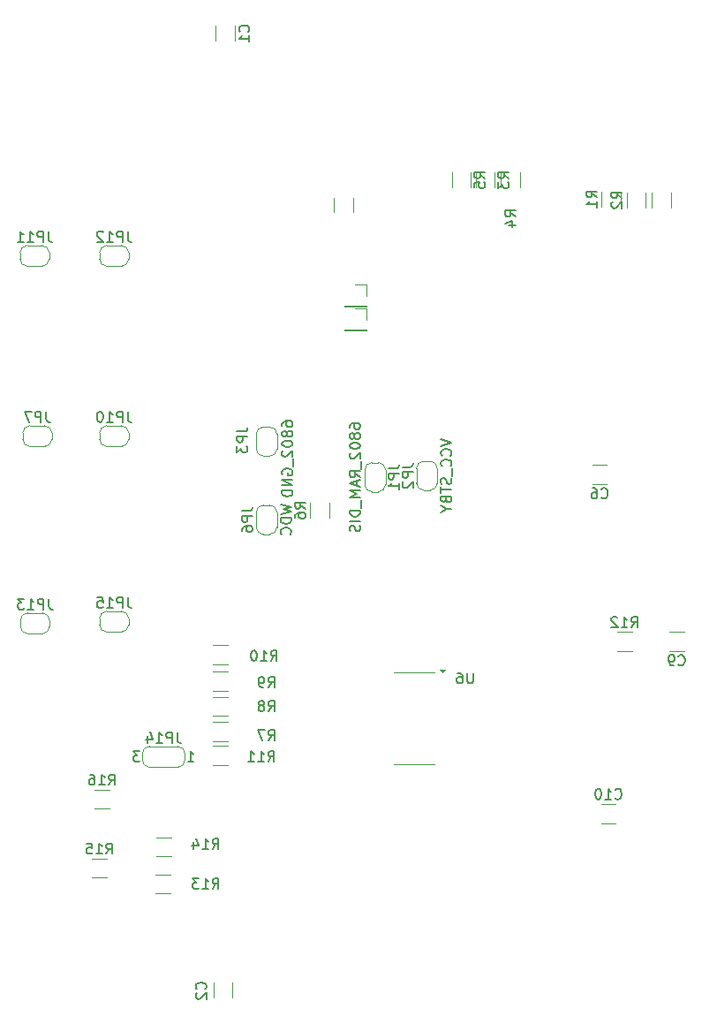
<source format=gbr>
%TF.GenerationSoftware,KiCad,Pcbnew,8.0.5-8.0.5-0~ubuntu22.04.1*%
%TF.CreationDate,2024-10-05T19:46:27+02:00*%
%TF.ProjectId,6502_6800_CPU,36353032-5f36-4383-9030-5f4350552e6b,rev?*%
%TF.SameCoordinates,Original*%
%TF.FileFunction,Legend,Bot*%
%TF.FilePolarity,Positive*%
%FSLAX46Y46*%
G04 Gerber Fmt 4.6, Leading zero omitted, Abs format (unit mm)*
G04 Created by KiCad (PCBNEW 8.0.5-8.0.5-0~ubuntu22.04.1) date 2024-10-05 19:46:27*
%MOMM*%
%LPD*%
G01*
G04 APERTURE LIST*
%ADD10C,0.150000*%
%ADD11C,0.120000*%
G04 APERTURE END LIST*
D10*
X87076780Y-145684533D02*
X87124400Y-145636914D01*
X87124400Y-145636914D02*
X87172019Y-145494057D01*
X87172019Y-145494057D02*
X87172019Y-145398819D01*
X87172019Y-145398819D02*
X87124400Y-145255962D01*
X87124400Y-145255962D02*
X87029161Y-145160724D01*
X87029161Y-145160724D02*
X86933923Y-145113105D01*
X86933923Y-145113105D02*
X86743447Y-145065486D01*
X86743447Y-145065486D02*
X86600590Y-145065486D01*
X86600590Y-145065486D02*
X86410114Y-145113105D01*
X86410114Y-145113105D02*
X86314876Y-145160724D01*
X86314876Y-145160724D02*
X86219638Y-145255962D01*
X86219638Y-145255962D02*
X86172019Y-145398819D01*
X86172019Y-145398819D02*
X86172019Y-145494057D01*
X86172019Y-145494057D02*
X86219638Y-145636914D01*
X86219638Y-145636914D02*
X86267257Y-145684533D01*
X86267257Y-146065486D02*
X86219638Y-146113105D01*
X86219638Y-146113105D02*
X86172019Y-146208343D01*
X86172019Y-146208343D02*
X86172019Y-146446438D01*
X86172019Y-146446438D02*
X86219638Y-146541676D01*
X86219638Y-146541676D02*
X86267257Y-146589295D01*
X86267257Y-146589295D02*
X86362495Y-146636914D01*
X86362495Y-146636914D02*
X86457733Y-146636914D01*
X86457733Y-146636914D02*
X86600590Y-146589295D01*
X86600590Y-146589295D02*
X87172019Y-146017867D01*
X87172019Y-146017867D02*
X87172019Y-146636914D01*
X96678819Y-99655333D02*
X96202628Y-99322000D01*
X96678819Y-99083905D02*
X95678819Y-99083905D01*
X95678819Y-99083905D02*
X95678819Y-99464857D01*
X95678819Y-99464857D02*
X95726438Y-99560095D01*
X95726438Y-99560095D02*
X95774057Y-99607714D01*
X95774057Y-99607714D02*
X95869295Y-99655333D01*
X95869295Y-99655333D02*
X96012152Y-99655333D01*
X96012152Y-99655333D02*
X96107390Y-99607714D01*
X96107390Y-99607714D02*
X96155009Y-99560095D01*
X96155009Y-99560095D02*
X96202628Y-99464857D01*
X96202628Y-99464857D02*
X96202628Y-99083905D01*
X95678819Y-100512476D02*
X95678819Y-100322000D01*
X95678819Y-100322000D02*
X95726438Y-100226762D01*
X95726438Y-100226762D02*
X95774057Y-100179143D01*
X95774057Y-100179143D02*
X95916914Y-100083905D01*
X95916914Y-100083905D02*
X96107390Y-100036286D01*
X96107390Y-100036286D02*
X96488342Y-100036286D01*
X96488342Y-100036286D02*
X96583580Y-100083905D01*
X96583580Y-100083905D02*
X96631200Y-100131524D01*
X96631200Y-100131524D02*
X96678819Y-100226762D01*
X96678819Y-100226762D02*
X96678819Y-100417238D01*
X96678819Y-100417238D02*
X96631200Y-100512476D01*
X96631200Y-100512476D02*
X96583580Y-100560095D01*
X96583580Y-100560095D02*
X96488342Y-100607714D01*
X96488342Y-100607714D02*
X96250247Y-100607714D01*
X96250247Y-100607714D02*
X96155009Y-100560095D01*
X96155009Y-100560095D02*
X96107390Y-100512476D01*
X96107390Y-100512476D02*
X96059771Y-100417238D01*
X96059771Y-100417238D02*
X96059771Y-100226762D01*
X96059771Y-100226762D02*
X96107390Y-100131524D01*
X96107390Y-100131524D02*
X96155009Y-100083905D01*
X96155009Y-100083905D02*
X96250247Y-100036286D01*
X113907819Y-68006333D02*
X113431628Y-67673000D01*
X113907819Y-67434905D02*
X112907819Y-67434905D01*
X112907819Y-67434905D02*
X112907819Y-67815857D01*
X112907819Y-67815857D02*
X112955438Y-67911095D01*
X112955438Y-67911095D02*
X113003057Y-67958714D01*
X113003057Y-67958714D02*
X113098295Y-68006333D01*
X113098295Y-68006333D02*
X113241152Y-68006333D01*
X113241152Y-68006333D02*
X113336390Y-67958714D01*
X113336390Y-67958714D02*
X113384009Y-67911095D01*
X113384009Y-67911095D02*
X113431628Y-67815857D01*
X113431628Y-67815857D02*
X113431628Y-67434905D01*
X112907819Y-68911095D02*
X112907819Y-68434905D01*
X112907819Y-68434905D02*
X113384009Y-68387286D01*
X113384009Y-68387286D02*
X113336390Y-68434905D01*
X113336390Y-68434905D02*
X113288771Y-68530143D01*
X113288771Y-68530143D02*
X113288771Y-68768238D01*
X113288771Y-68768238D02*
X113336390Y-68863476D01*
X113336390Y-68863476D02*
X113384009Y-68911095D01*
X113384009Y-68911095D02*
X113479247Y-68958714D01*
X113479247Y-68958714D02*
X113717342Y-68958714D01*
X113717342Y-68958714D02*
X113812580Y-68911095D01*
X113812580Y-68911095D02*
X113860200Y-68863476D01*
X113860200Y-68863476D02*
X113907819Y-68768238D01*
X113907819Y-68768238D02*
X113907819Y-68530143D01*
X113907819Y-68530143D02*
X113860200Y-68434905D01*
X113860200Y-68434905D02*
X113812580Y-68387286D01*
X125056666Y-98602580D02*
X125104285Y-98650200D01*
X125104285Y-98650200D02*
X125247142Y-98697819D01*
X125247142Y-98697819D02*
X125342380Y-98697819D01*
X125342380Y-98697819D02*
X125485237Y-98650200D01*
X125485237Y-98650200D02*
X125580475Y-98554961D01*
X125580475Y-98554961D02*
X125628094Y-98459723D01*
X125628094Y-98459723D02*
X125675713Y-98269247D01*
X125675713Y-98269247D02*
X125675713Y-98126390D01*
X125675713Y-98126390D02*
X125628094Y-97935914D01*
X125628094Y-97935914D02*
X125580475Y-97840676D01*
X125580475Y-97840676D02*
X125485237Y-97745438D01*
X125485237Y-97745438D02*
X125342380Y-97697819D01*
X125342380Y-97697819D02*
X125247142Y-97697819D01*
X125247142Y-97697819D02*
X125104285Y-97745438D01*
X125104285Y-97745438D02*
X125056666Y-97793057D01*
X124199523Y-97697819D02*
X124389999Y-97697819D01*
X124389999Y-97697819D02*
X124485237Y-97745438D01*
X124485237Y-97745438D02*
X124532856Y-97793057D01*
X124532856Y-97793057D02*
X124628094Y-97935914D01*
X124628094Y-97935914D02*
X124675713Y-98126390D01*
X124675713Y-98126390D02*
X124675713Y-98507342D01*
X124675713Y-98507342D02*
X124628094Y-98602580D01*
X124628094Y-98602580D02*
X124580475Y-98650200D01*
X124580475Y-98650200D02*
X124485237Y-98697819D01*
X124485237Y-98697819D02*
X124294761Y-98697819D01*
X124294761Y-98697819D02*
X124199523Y-98650200D01*
X124199523Y-98650200D02*
X124151904Y-98602580D01*
X124151904Y-98602580D02*
X124104285Y-98507342D01*
X124104285Y-98507342D02*
X124104285Y-98269247D01*
X124104285Y-98269247D02*
X124151904Y-98174009D01*
X124151904Y-98174009D02*
X124199523Y-98126390D01*
X124199523Y-98126390D02*
X124294761Y-98078771D01*
X124294761Y-98078771D02*
X124485237Y-98078771D01*
X124485237Y-98078771D02*
X124580475Y-98126390D01*
X124580475Y-98126390D02*
X124628094Y-98174009D01*
X124628094Y-98174009D02*
X124675713Y-98269247D01*
X90132819Y-92257666D02*
X90847104Y-92257666D01*
X90847104Y-92257666D02*
X90989961Y-92210047D01*
X90989961Y-92210047D02*
X91085200Y-92114809D01*
X91085200Y-92114809D02*
X91132819Y-91971952D01*
X91132819Y-91971952D02*
X91132819Y-91876714D01*
X91132819Y-92733857D02*
X90132819Y-92733857D01*
X90132819Y-92733857D02*
X90132819Y-93114809D01*
X90132819Y-93114809D02*
X90180438Y-93210047D01*
X90180438Y-93210047D02*
X90228057Y-93257666D01*
X90228057Y-93257666D02*
X90323295Y-93305285D01*
X90323295Y-93305285D02*
X90466152Y-93305285D01*
X90466152Y-93305285D02*
X90561390Y-93257666D01*
X90561390Y-93257666D02*
X90609009Y-93210047D01*
X90609009Y-93210047D02*
X90656628Y-93114809D01*
X90656628Y-93114809D02*
X90656628Y-92733857D01*
X90132819Y-93638619D02*
X90132819Y-94257666D01*
X90132819Y-94257666D02*
X90513771Y-93924333D01*
X90513771Y-93924333D02*
X90513771Y-94067190D01*
X90513771Y-94067190D02*
X90561390Y-94162428D01*
X90561390Y-94162428D02*
X90609009Y-94210047D01*
X90609009Y-94210047D02*
X90704247Y-94257666D01*
X90704247Y-94257666D02*
X90942342Y-94257666D01*
X90942342Y-94257666D02*
X91037580Y-94210047D01*
X91037580Y-94210047D02*
X91085200Y-94162428D01*
X91085200Y-94162428D02*
X91132819Y-94067190D01*
X91132819Y-94067190D02*
X91132819Y-93781476D01*
X91132819Y-93781476D02*
X91085200Y-93686238D01*
X91085200Y-93686238D02*
X91037580Y-93638619D01*
X94450819Y-91726142D02*
X94450819Y-91535666D01*
X94450819Y-91535666D02*
X94498438Y-91440428D01*
X94498438Y-91440428D02*
X94546057Y-91392809D01*
X94546057Y-91392809D02*
X94688914Y-91297571D01*
X94688914Y-91297571D02*
X94879390Y-91249952D01*
X94879390Y-91249952D02*
X95260342Y-91249952D01*
X95260342Y-91249952D02*
X95355580Y-91297571D01*
X95355580Y-91297571D02*
X95403200Y-91345190D01*
X95403200Y-91345190D02*
X95450819Y-91440428D01*
X95450819Y-91440428D02*
X95450819Y-91630904D01*
X95450819Y-91630904D02*
X95403200Y-91726142D01*
X95403200Y-91726142D02*
X95355580Y-91773761D01*
X95355580Y-91773761D02*
X95260342Y-91821380D01*
X95260342Y-91821380D02*
X95022247Y-91821380D01*
X95022247Y-91821380D02*
X94927009Y-91773761D01*
X94927009Y-91773761D02*
X94879390Y-91726142D01*
X94879390Y-91726142D02*
X94831771Y-91630904D01*
X94831771Y-91630904D02*
X94831771Y-91440428D01*
X94831771Y-91440428D02*
X94879390Y-91345190D01*
X94879390Y-91345190D02*
X94927009Y-91297571D01*
X94927009Y-91297571D02*
X95022247Y-91249952D01*
X94879390Y-92392809D02*
X94831771Y-92297571D01*
X94831771Y-92297571D02*
X94784152Y-92249952D01*
X94784152Y-92249952D02*
X94688914Y-92202333D01*
X94688914Y-92202333D02*
X94641295Y-92202333D01*
X94641295Y-92202333D02*
X94546057Y-92249952D01*
X94546057Y-92249952D02*
X94498438Y-92297571D01*
X94498438Y-92297571D02*
X94450819Y-92392809D01*
X94450819Y-92392809D02*
X94450819Y-92583285D01*
X94450819Y-92583285D02*
X94498438Y-92678523D01*
X94498438Y-92678523D02*
X94546057Y-92726142D01*
X94546057Y-92726142D02*
X94641295Y-92773761D01*
X94641295Y-92773761D02*
X94688914Y-92773761D01*
X94688914Y-92773761D02*
X94784152Y-92726142D01*
X94784152Y-92726142D02*
X94831771Y-92678523D01*
X94831771Y-92678523D02*
X94879390Y-92583285D01*
X94879390Y-92583285D02*
X94879390Y-92392809D01*
X94879390Y-92392809D02*
X94927009Y-92297571D01*
X94927009Y-92297571D02*
X94974628Y-92249952D01*
X94974628Y-92249952D02*
X95069866Y-92202333D01*
X95069866Y-92202333D02*
X95260342Y-92202333D01*
X95260342Y-92202333D02*
X95355580Y-92249952D01*
X95355580Y-92249952D02*
X95403200Y-92297571D01*
X95403200Y-92297571D02*
X95450819Y-92392809D01*
X95450819Y-92392809D02*
X95450819Y-92583285D01*
X95450819Y-92583285D02*
X95403200Y-92678523D01*
X95403200Y-92678523D02*
X95355580Y-92726142D01*
X95355580Y-92726142D02*
X95260342Y-92773761D01*
X95260342Y-92773761D02*
X95069866Y-92773761D01*
X95069866Y-92773761D02*
X94974628Y-92726142D01*
X94974628Y-92726142D02*
X94927009Y-92678523D01*
X94927009Y-92678523D02*
X94879390Y-92583285D01*
X94450819Y-93392809D02*
X94450819Y-93488047D01*
X94450819Y-93488047D02*
X94498438Y-93583285D01*
X94498438Y-93583285D02*
X94546057Y-93630904D01*
X94546057Y-93630904D02*
X94641295Y-93678523D01*
X94641295Y-93678523D02*
X94831771Y-93726142D01*
X94831771Y-93726142D02*
X95069866Y-93726142D01*
X95069866Y-93726142D02*
X95260342Y-93678523D01*
X95260342Y-93678523D02*
X95355580Y-93630904D01*
X95355580Y-93630904D02*
X95403200Y-93583285D01*
X95403200Y-93583285D02*
X95450819Y-93488047D01*
X95450819Y-93488047D02*
X95450819Y-93392809D01*
X95450819Y-93392809D02*
X95403200Y-93297571D01*
X95403200Y-93297571D02*
X95355580Y-93249952D01*
X95355580Y-93249952D02*
X95260342Y-93202333D01*
X95260342Y-93202333D02*
X95069866Y-93154714D01*
X95069866Y-93154714D02*
X94831771Y-93154714D01*
X94831771Y-93154714D02*
X94641295Y-93202333D01*
X94641295Y-93202333D02*
X94546057Y-93249952D01*
X94546057Y-93249952D02*
X94498438Y-93297571D01*
X94498438Y-93297571D02*
X94450819Y-93392809D01*
X94546057Y-94107095D02*
X94498438Y-94154714D01*
X94498438Y-94154714D02*
X94450819Y-94249952D01*
X94450819Y-94249952D02*
X94450819Y-94488047D01*
X94450819Y-94488047D02*
X94498438Y-94583285D01*
X94498438Y-94583285D02*
X94546057Y-94630904D01*
X94546057Y-94630904D02*
X94641295Y-94678523D01*
X94641295Y-94678523D02*
X94736533Y-94678523D01*
X94736533Y-94678523D02*
X94879390Y-94630904D01*
X94879390Y-94630904D02*
X95450819Y-94059476D01*
X95450819Y-94059476D02*
X95450819Y-94678523D01*
X95546057Y-94869000D02*
X95546057Y-95630904D01*
X94498438Y-96392809D02*
X94450819Y-96297571D01*
X94450819Y-96297571D02*
X94450819Y-96154714D01*
X94450819Y-96154714D02*
X94498438Y-96011857D01*
X94498438Y-96011857D02*
X94593676Y-95916619D01*
X94593676Y-95916619D02*
X94688914Y-95869000D01*
X94688914Y-95869000D02*
X94879390Y-95821381D01*
X94879390Y-95821381D02*
X95022247Y-95821381D01*
X95022247Y-95821381D02*
X95212723Y-95869000D01*
X95212723Y-95869000D02*
X95307961Y-95916619D01*
X95307961Y-95916619D02*
X95403200Y-96011857D01*
X95403200Y-96011857D02*
X95450819Y-96154714D01*
X95450819Y-96154714D02*
X95450819Y-96249952D01*
X95450819Y-96249952D02*
X95403200Y-96392809D01*
X95403200Y-96392809D02*
X95355580Y-96440428D01*
X95355580Y-96440428D02*
X95022247Y-96440428D01*
X95022247Y-96440428D02*
X95022247Y-96249952D01*
X95450819Y-96869000D02*
X94450819Y-96869000D01*
X94450819Y-96869000D02*
X95450819Y-97440428D01*
X95450819Y-97440428D02*
X94450819Y-97440428D01*
X95450819Y-97916619D02*
X94450819Y-97916619D01*
X94450819Y-97916619D02*
X94450819Y-98154714D01*
X94450819Y-98154714D02*
X94498438Y-98297571D01*
X94498438Y-98297571D02*
X94593676Y-98392809D01*
X94593676Y-98392809D02*
X94688914Y-98440428D01*
X94688914Y-98440428D02*
X94879390Y-98488047D01*
X94879390Y-98488047D02*
X95022247Y-98488047D01*
X95022247Y-98488047D02*
X95212723Y-98440428D01*
X95212723Y-98440428D02*
X95307961Y-98392809D01*
X95307961Y-98392809D02*
X95403200Y-98297571D01*
X95403200Y-98297571D02*
X95450819Y-98154714D01*
X95450819Y-98154714D02*
X95450819Y-97916619D01*
X90618819Y-99892666D02*
X91333104Y-99892666D01*
X91333104Y-99892666D02*
X91475961Y-99845047D01*
X91475961Y-99845047D02*
X91571200Y-99749809D01*
X91571200Y-99749809D02*
X91618819Y-99606952D01*
X91618819Y-99606952D02*
X91618819Y-99511714D01*
X91618819Y-100368857D02*
X90618819Y-100368857D01*
X90618819Y-100368857D02*
X90618819Y-100749809D01*
X90618819Y-100749809D02*
X90666438Y-100845047D01*
X90666438Y-100845047D02*
X90714057Y-100892666D01*
X90714057Y-100892666D02*
X90809295Y-100940285D01*
X90809295Y-100940285D02*
X90952152Y-100940285D01*
X90952152Y-100940285D02*
X91047390Y-100892666D01*
X91047390Y-100892666D02*
X91095009Y-100845047D01*
X91095009Y-100845047D02*
X91142628Y-100749809D01*
X91142628Y-100749809D02*
X91142628Y-100368857D01*
X90618819Y-101797428D02*
X90618819Y-101606952D01*
X90618819Y-101606952D02*
X90666438Y-101511714D01*
X90666438Y-101511714D02*
X90714057Y-101464095D01*
X90714057Y-101464095D02*
X90856914Y-101368857D01*
X90856914Y-101368857D02*
X91047390Y-101321238D01*
X91047390Y-101321238D02*
X91428342Y-101321238D01*
X91428342Y-101321238D02*
X91523580Y-101368857D01*
X91523580Y-101368857D02*
X91571200Y-101416476D01*
X91571200Y-101416476D02*
X91618819Y-101511714D01*
X91618819Y-101511714D02*
X91618819Y-101702190D01*
X91618819Y-101702190D02*
X91571200Y-101797428D01*
X91571200Y-101797428D02*
X91523580Y-101845047D01*
X91523580Y-101845047D02*
X91428342Y-101892666D01*
X91428342Y-101892666D02*
X91190247Y-101892666D01*
X91190247Y-101892666D02*
X91095009Y-101845047D01*
X91095009Y-101845047D02*
X91047390Y-101797428D01*
X91047390Y-101797428D02*
X90999771Y-101702190D01*
X90999771Y-101702190D02*
X90999771Y-101511714D01*
X90999771Y-101511714D02*
X91047390Y-101416476D01*
X91047390Y-101416476D02*
X91095009Y-101368857D01*
X91095009Y-101368857D02*
X91190247Y-101321238D01*
X94318819Y-99297429D02*
X95318819Y-99535524D01*
X95318819Y-99535524D02*
X94604533Y-99726000D01*
X94604533Y-99726000D02*
X95318819Y-99916476D01*
X95318819Y-99916476D02*
X94318819Y-100154572D01*
X95318819Y-100535524D02*
X94318819Y-100535524D01*
X94318819Y-100535524D02*
X94318819Y-100773619D01*
X94318819Y-100773619D02*
X94366438Y-100916476D01*
X94366438Y-100916476D02*
X94461676Y-101011714D01*
X94461676Y-101011714D02*
X94556914Y-101059333D01*
X94556914Y-101059333D02*
X94747390Y-101106952D01*
X94747390Y-101106952D02*
X94890247Y-101106952D01*
X94890247Y-101106952D02*
X95080723Y-101059333D01*
X95080723Y-101059333D02*
X95175961Y-101011714D01*
X95175961Y-101011714D02*
X95271200Y-100916476D01*
X95271200Y-100916476D02*
X95318819Y-100773619D01*
X95318819Y-100773619D02*
X95318819Y-100535524D01*
X95223580Y-102106952D02*
X95271200Y-102059333D01*
X95271200Y-102059333D02*
X95318819Y-101916476D01*
X95318819Y-101916476D02*
X95318819Y-101821238D01*
X95318819Y-101821238D02*
X95271200Y-101678381D01*
X95271200Y-101678381D02*
X95175961Y-101583143D01*
X95175961Y-101583143D02*
X95080723Y-101535524D01*
X95080723Y-101535524D02*
X94890247Y-101487905D01*
X94890247Y-101487905D02*
X94747390Y-101487905D01*
X94747390Y-101487905D02*
X94556914Y-101535524D01*
X94556914Y-101535524D02*
X94461676Y-101583143D01*
X94461676Y-101583143D02*
X94366438Y-101678381D01*
X94366438Y-101678381D02*
X94318819Y-101821238D01*
X94318819Y-101821238D02*
X94318819Y-101916476D01*
X94318819Y-101916476D02*
X94366438Y-102059333D01*
X94366438Y-102059333D02*
X94414057Y-102106952D01*
X116846819Y-71681333D02*
X116370628Y-71348000D01*
X116846819Y-71109905D02*
X115846819Y-71109905D01*
X115846819Y-71109905D02*
X115846819Y-71490857D01*
X115846819Y-71490857D02*
X115894438Y-71586095D01*
X115894438Y-71586095D02*
X115942057Y-71633714D01*
X115942057Y-71633714D02*
X116037295Y-71681333D01*
X116037295Y-71681333D02*
X116180152Y-71681333D01*
X116180152Y-71681333D02*
X116275390Y-71633714D01*
X116275390Y-71633714D02*
X116323009Y-71586095D01*
X116323009Y-71586095D02*
X116370628Y-71490857D01*
X116370628Y-71490857D02*
X116370628Y-71109905D01*
X116180152Y-72538476D02*
X116846819Y-72538476D01*
X115799200Y-72300381D02*
X116513485Y-72062286D01*
X116513485Y-72062286D02*
X116513485Y-72681333D01*
X93130666Y-121866819D02*
X93463999Y-121390628D01*
X93702094Y-121866819D02*
X93702094Y-120866819D01*
X93702094Y-120866819D02*
X93321142Y-120866819D01*
X93321142Y-120866819D02*
X93225904Y-120914438D01*
X93225904Y-120914438D02*
X93178285Y-120962057D01*
X93178285Y-120962057D02*
X93130666Y-121057295D01*
X93130666Y-121057295D02*
X93130666Y-121200152D01*
X93130666Y-121200152D02*
X93178285Y-121295390D01*
X93178285Y-121295390D02*
X93225904Y-121343009D01*
X93225904Y-121343009D02*
X93321142Y-121390628D01*
X93321142Y-121390628D02*
X93702094Y-121390628D01*
X92797332Y-120866819D02*
X92130666Y-120866819D01*
X92130666Y-120866819D02*
X92559237Y-121866819D01*
X87764857Y-136090819D02*
X88098190Y-135614628D01*
X88336285Y-136090819D02*
X88336285Y-135090819D01*
X88336285Y-135090819D02*
X87955333Y-135090819D01*
X87955333Y-135090819D02*
X87860095Y-135138438D01*
X87860095Y-135138438D02*
X87812476Y-135186057D01*
X87812476Y-135186057D02*
X87764857Y-135281295D01*
X87764857Y-135281295D02*
X87764857Y-135424152D01*
X87764857Y-135424152D02*
X87812476Y-135519390D01*
X87812476Y-135519390D02*
X87860095Y-135567009D01*
X87860095Y-135567009D02*
X87955333Y-135614628D01*
X87955333Y-135614628D02*
X88336285Y-135614628D01*
X86812476Y-136090819D02*
X87383904Y-136090819D01*
X87098190Y-136090819D02*
X87098190Y-135090819D01*
X87098190Y-135090819D02*
X87193428Y-135233676D01*
X87193428Y-135233676D02*
X87288666Y-135328914D01*
X87288666Y-135328914D02*
X87383904Y-135376533D01*
X86479142Y-135090819D02*
X85860095Y-135090819D01*
X85860095Y-135090819D02*
X86193428Y-135471771D01*
X86193428Y-135471771D02*
X86050571Y-135471771D01*
X86050571Y-135471771D02*
X85955333Y-135519390D01*
X85955333Y-135519390D02*
X85907714Y-135567009D01*
X85907714Y-135567009D02*
X85860095Y-135662247D01*
X85860095Y-135662247D02*
X85860095Y-135900342D01*
X85860095Y-135900342D02*
X85907714Y-135995580D01*
X85907714Y-135995580D02*
X85955333Y-136043200D01*
X85955333Y-136043200D02*
X86050571Y-136090819D01*
X86050571Y-136090819D02*
X86336285Y-136090819D01*
X86336285Y-136090819D02*
X86431523Y-136043200D01*
X86431523Y-136043200D02*
X86479142Y-135995580D01*
X71811333Y-90364819D02*
X71811333Y-91079104D01*
X71811333Y-91079104D02*
X71858952Y-91221961D01*
X71858952Y-91221961D02*
X71954190Y-91317200D01*
X71954190Y-91317200D02*
X72097047Y-91364819D01*
X72097047Y-91364819D02*
X72192285Y-91364819D01*
X71335142Y-91364819D02*
X71335142Y-90364819D01*
X71335142Y-90364819D02*
X70954190Y-90364819D01*
X70954190Y-90364819D02*
X70858952Y-90412438D01*
X70858952Y-90412438D02*
X70811333Y-90460057D01*
X70811333Y-90460057D02*
X70763714Y-90555295D01*
X70763714Y-90555295D02*
X70763714Y-90698152D01*
X70763714Y-90698152D02*
X70811333Y-90793390D01*
X70811333Y-90793390D02*
X70858952Y-90841009D01*
X70858952Y-90841009D02*
X70954190Y-90888628D01*
X70954190Y-90888628D02*
X71335142Y-90888628D01*
X70430380Y-90364819D02*
X69763714Y-90364819D01*
X69763714Y-90364819D02*
X70192285Y-91364819D01*
X93352857Y-114246819D02*
X93686190Y-113770628D01*
X93924285Y-114246819D02*
X93924285Y-113246819D01*
X93924285Y-113246819D02*
X93543333Y-113246819D01*
X93543333Y-113246819D02*
X93448095Y-113294438D01*
X93448095Y-113294438D02*
X93400476Y-113342057D01*
X93400476Y-113342057D02*
X93352857Y-113437295D01*
X93352857Y-113437295D02*
X93352857Y-113580152D01*
X93352857Y-113580152D02*
X93400476Y-113675390D01*
X93400476Y-113675390D02*
X93448095Y-113723009D01*
X93448095Y-113723009D02*
X93543333Y-113770628D01*
X93543333Y-113770628D02*
X93924285Y-113770628D01*
X92400476Y-114246819D02*
X92971904Y-114246819D01*
X92686190Y-114246819D02*
X92686190Y-113246819D01*
X92686190Y-113246819D02*
X92781428Y-113389676D01*
X92781428Y-113389676D02*
X92876666Y-113484914D01*
X92876666Y-113484914D02*
X92971904Y-113532533D01*
X91781428Y-113246819D02*
X91686190Y-113246819D01*
X91686190Y-113246819D02*
X91590952Y-113294438D01*
X91590952Y-113294438D02*
X91543333Y-113342057D01*
X91543333Y-113342057D02*
X91495714Y-113437295D01*
X91495714Y-113437295D02*
X91448095Y-113627771D01*
X91448095Y-113627771D02*
X91448095Y-113865866D01*
X91448095Y-113865866D02*
X91495714Y-114056342D01*
X91495714Y-114056342D02*
X91543333Y-114151580D01*
X91543333Y-114151580D02*
X91590952Y-114199200D01*
X91590952Y-114199200D02*
X91686190Y-114246819D01*
X91686190Y-114246819D02*
X91781428Y-114246819D01*
X91781428Y-114246819D02*
X91876666Y-114199200D01*
X91876666Y-114199200D02*
X91924285Y-114151580D01*
X91924285Y-114151580D02*
X91971904Y-114056342D01*
X91971904Y-114056342D02*
X92019523Y-113865866D01*
X92019523Y-113865866D02*
X92019523Y-113627771D01*
X92019523Y-113627771D02*
X91971904Y-113437295D01*
X91971904Y-113437295D02*
X91924285Y-113342057D01*
X91924285Y-113342057D02*
X91876666Y-113294438D01*
X91876666Y-113294438D02*
X91781428Y-113246819D01*
X72033523Y-73092819D02*
X72033523Y-73807104D01*
X72033523Y-73807104D02*
X72081142Y-73949961D01*
X72081142Y-73949961D02*
X72176380Y-74045200D01*
X72176380Y-74045200D02*
X72319237Y-74092819D01*
X72319237Y-74092819D02*
X72414475Y-74092819D01*
X71557332Y-74092819D02*
X71557332Y-73092819D01*
X71557332Y-73092819D02*
X71176380Y-73092819D01*
X71176380Y-73092819D02*
X71081142Y-73140438D01*
X71081142Y-73140438D02*
X71033523Y-73188057D01*
X71033523Y-73188057D02*
X70985904Y-73283295D01*
X70985904Y-73283295D02*
X70985904Y-73426152D01*
X70985904Y-73426152D02*
X71033523Y-73521390D01*
X71033523Y-73521390D02*
X71081142Y-73569009D01*
X71081142Y-73569009D02*
X71176380Y-73616628D01*
X71176380Y-73616628D02*
X71557332Y-73616628D01*
X70033523Y-74092819D02*
X70604951Y-74092819D01*
X70319237Y-74092819D02*
X70319237Y-73092819D01*
X70319237Y-73092819D02*
X70414475Y-73235676D01*
X70414475Y-73235676D02*
X70509713Y-73330914D01*
X70509713Y-73330914D02*
X70604951Y-73378533D01*
X69081142Y-74092819D02*
X69652570Y-74092819D01*
X69366856Y-74092819D02*
X69366856Y-73092819D01*
X69366856Y-73092819D02*
X69462094Y-73235676D01*
X69462094Y-73235676D02*
X69557332Y-73330914D01*
X69557332Y-73330914D02*
X69652570Y-73378533D01*
X104632819Y-95813666D02*
X105347104Y-95813666D01*
X105347104Y-95813666D02*
X105489961Y-95766047D01*
X105489961Y-95766047D02*
X105585200Y-95670809D01*
X105585200Y-95670809D02*
X105632819Y-95527952D01*
X105632819Y-95527952D02*
X105632819Y-95432714D01*
X105632819Y-96289857D02*
X104632819Y-96289857D01*
X104632819Y-96289857D02*
X104632819Y-96670809D01*
X104632819Y-96670809D02*
X104680438Y-96766047D01*
X104680438Y-96766047D02*
X104728057Y-96813666D01*
X104728057Y-96813666D02*
X104823295Y-96861285D01*
X104823295Y-96861285D02*
X104966152Y-96861285D01*
X104966152Y-96861285D02*
X105061390Y-96813666D01*
X105061390Y-96813666D02*
X105109009Y-96766047D01*
X105109009Y-96766047D02*
X105156628Y-96670809D01*
X105156628Y-96670809D02*
X105156628Y-96289857D01*
X105632819Y-97813666D02*
X105632819Y-97242238D01*
X105632819Y-97527952D02*
X104632819Y-97527952D01*
X104632819Y-97527952D02*
X104775676Y-97432714D01*
X104775676Y-97432714D02*
X104870914Y-97337476D01*
X104870914Y-97337476D02*
X104918533Y-97242238D01*
X100932819Y-91932714D02*
X100932819Y-91742238D01*
X100932819Y-91742238D02*
X100980438Y-91647000D01*
X100980438Y-91647000D02*
X101028057Y-91599381D01*
X101028057Y-91599381D02*
X101170914Y-91504143D01*
X101170914Y-91504143D02*
X101361390Y-91456524D01*
X101361390Y-91456524D02*
X101742342Y-91456524D01*
X101742342Y-91456524D02*
X101837580Y-91504143D01*
X101837580Y-91504143D02*
X101885200Y-91551762D01*
X101885200Y-91551762D02*
X101932819Y-91647000D01*
X101932819Y-91647000D02*
X101932819Y-91837476D01*
X101932819Y-91837476D02*
X101885200Y-91932714D01*
X101885200Y-91932714D02*
X101837580Y-91980333D01*
X101837580Y-91980333D02*
X101742342Y-92027952D01*
X101742342Y-92027952D02*
X101504247Y-92027952D01*
X101504247Y-92027952D02*
X101409009Y-91980333D01*
X101409009Y-91980333D02*
X101361390Y-91932714D01*
X101361390Y-91932714D02*
X101313771Y-91837476D01*
X101313771Y-91837476D02*
X101313771Y-91647000D01*
X101313771Y-91647000D02*
X101361390Y-91551762D01*
X101361390Y-91551762D02*
X101409009Y-91504143D01*
X101409009Y-91504143D02*
X101504247Y-91456524D01*
X101361390Y-92599381D02*
X101313771Y-92504143D01*
X101313771Y-92504143D02*
X101266152Y-92456524D01*
X101266152Y-92456524D02*
X101170914Y-92408905D01*
X101170914Y-92408905D02*
X101123295Y-92408905D01*
X101123295Y-92408905D02*
X101028057Y-92456524D01*
X101028057Y-92456524D02*
X100980438Y-92504143D01*
X100980438Y-92504143D02*
X100932819Y-92599381D01*
X100932819Y-92599381D02*
X100932819Y-92789857D01*
X100932819Y-92789857D02*
X100980438Y-92885095D01*
X100980438Y-92885095D02*
X101028057Y-92932714D01*
X101028057Y-92932714D02*
X101123295Y-92980333D01*
X101123295Y-92980333D02*
X101170914Y-92980333D01*
X101170914Y-92980333D02*
X101266152Y-92932714D01*
X101266152Y-92932714D02*
X101313771Y-92885095D01*
X101313771Y-92885095D02*
X101361390Y-92789857D01*
X101361390Y-92789857D02*
X101361390Y-92599381D01*
X101361390Y-92599381D02*
X101409009Y-92504143D01*
X101409009Y-92504143D02*
X101456628Y-92456524D01*
X101456628Y-92456524D02*
X101551866Y-92408905D01*
X101551866Y-92408905D02*
X101742342Y-92408905D01*
X101742342Y-92408905D02*
X101837580Y-92456524D01*
X101837580Y-92456524D02*
X101885200Y-92504143D01*
X101885200Y-92504143D02*
X101932819Y-92599381D01*
X101932819Y-92599381D02*
X101932819Y-92789857D01*
X101932819Y-92789857D02*
X101885200Y-92885095D01*
X101885200Y-92885095D02*
X101837580Y-92932714D01*
X101837580Y-92932714D02*
X101742342Y-92980333D01*
X101742342Y-92980333D02*
X101551866Y-92980333D01*
X101551866Y-92980333D02*
X101456628Y-92932714D01*
X101456628Y-92932714D02*
X101409009Y-92885095D01*
X101409009Y-92885095D02*
X101361390Y-92789857D01*
X100932819Y-93599381D02*
X100932819Y-93694619D01*
X100932819Y-93694619D02*
X100980438Y-93789857D01*
X100980438Y-93789857D02*
X101028057Y-93837476D01*
X101028057Y-93837476D02*
X101123295Y-93885095D01*
X101123295Y-93885095D02*
X101313771Y-93932714D01*
X101313771Y-93932714D02*
X101551866Y-93932714D01*
X101551866Y-93932714D02*
X101742342Y-93885095D01*
X101742342Y-93885095D02*
X101837580Y-93837476D01*
X101837580Y-93837476D02*
X101885200Y-93789857D01*
X101885200Y-93789857D02*
X101932819Y-93694619D01*
X101932819Y-93694619D02*
X101932819Y-93599381D01*
X101932819Y-93599381D02*
X101885200Y-93504143D01*
X101885200Y-93504143D02*
X101837580Y-93456524D01*
X101837580Y-93456524D02*
X101742342Y-93408905D01*
X101742342Y-93408905D02*
X101551866Y-93361286D01*
X101551866Y-93361286D02*
X101313771Y-93361286D01*
X101313771Y-93361286D02*
X101123295Y-93408905D01*
X101123295Y-93408905D02*
X101028057Y-93456524D01*
X101028057Y-93456524D02*
X100980438Y-93504143D01*
X100980438Y-93504143D02*
X100932819Y-93599381D01*
X101028057Y-94313667D02*
X100980438Y-94361286D01*
X100980438Y-94361286D02*
X100932819Y-94456524D01*
X100932819Y-94456524D02*
X100932819Y-94694619D01*
X100932819Y-94694619D02*
X100980438Y-94789857D01*
X100980438Y-94789857D02*
X101028057Y-94837476D01*
X101028057Y-94837476D02*
X101123295Y-94885095D01*
X101123295Y-94885095D02*
X101218533Y-94885095D01*
X101218533Y-94885095D02*
X101361390Y-94837476D01*
X101361390Y-94837476D02*
X101932819Y-94266048D01*
X101932819Y-94266048D02*
X101932819Y-94885095D01*
X102028057Y-95075572D02*
X102028057Y-95837476D01*
X101932819Y-96647000D02*
X101456628Y-96313667D01*
X101932819Y-96075572D02*
X100932819Y-96075572D01*
X100932819Y-96075572D02*
X100932819Y-96456524D01*
X100932819Y-96456524D02*
X100980438Y-96551762D01*
X100980438Y-96551762D02*
X101028057Y-96599381D01*
X101028057Y-96599381D02*
X101123295Y-96647000D01*
X101123295Y-96647000D02*
X101266152Y-96647000D01*
X101266152Y-96647000D02*
X101361390Y-96599381D01*
X101361390Y-96599381D02*
X101409009Y-96551762D01*
X101409009Y-96551762D02*
X101456628Y-96456524D01*
X101456628Y-96456524D02*
X101456628Y-96075572D01*
X101647104Y-97027953D02*
X101647104Y-97504143D01*
X101932819Y-96932715D02*
X100932819Y-97266048D01*
X100932819Y-97266048D02*
X101932819Y-97599381D01*
X101932819Y-97932715D02*
X100932819Y-97932715D01*
X100932819Y-97932715D02*
X101647104Y-98266048D01*
X101647104Y-98266048D02*
X100932819Y-98599381D01*
X100932819Y-98599381D02*
X101932819Y-98599381D01*
X102028057Y-98837477D02*
X102028057Y-99599381D01*
X101932819Y-99837477D02*
X100932819Y-99837477D01*
X100932819Y-99837477D02*
X100932819Y-100075572D01*
X100932819Y-100075572D02*
X100980438Y-100218429D01*
X100980438Y-100218429D02*
X101075676Y-100313667D01*
X101075676Y-100313667D02*
X101170914Y-100361286D01*
X101170914Y-100361286D02*
X101361390Y-100408905D01*
X101361390Y-100408905D02*
X101504247Y-100408905D01*
X101504247Y-100408905D02*
X101694723Y-100361286D01*
X101694723Y-100361286D02*
X101789961Y-100313667D01*
X101789961Y-100313667D02*
X101885200Y-100218429D01*
X101885200Y-100218429D02*
X101932819Y-100075572D01*
X101932819Y-100075572D02*
X101932819Y-99837477D01*
X101932819Y-100837477D02*
X100932819Y-100837477D01*
X101885200Y-101266048D02*
X101932819Y-101408905D01*
X101932819Y-101408905D02*
X101932819Y-101647000D01*
X101932819Y-101647000D02*
X101885200Y-101742238D01*
X101885200Y-101742238D02*
X101837580Y-101789857D01*
X101837580Y-101789857D02*
X101742342Y-101837476D01*
X101742342Y-101837476D02*
X101647104Y-101837476D01*
X101647104Y-101837476D02*
X101551866Y-101789857D01*
X101551866Y-101789857D02*
X101504247Y-101742238D01*
X101504247Y-101742238D02*
X101456628Y-101647000D01*
X101456628Y-101647000D02*
X101409009Y-101456524D01*
X101409009Y-101456524D02*
X101361390Y-101361286D01*
X101361390Y-101361286D02*
X101313771Y-101313667D01*
X101313771Y-101313667D02*
X101218533Y-101266048D01*
X101218533Y-101266048D02*
X101123295Y-101266048D01*
X101123295Y-101266048D02*
X101028057Y-101313667D01*
X101028057Y-101313667D02*
X100980438Y-101361286D01*
X100980438Y-101361286D02*
X100932819Y-101456524D01*
X100932819Y-101456524D02*
X100932819Y-101694619D01*
X100932819Y-101694619D02*
X100980438Y-101837476D01*
X72063523Y-108304819D02*
X72063523Y-109019104D01*
X72063523Y-109019104D02*
X72111142Y-109161961D01*
X72111142Y-109161961D02*
X72206380Y-109257200D01*
X72206380Y-109257200D02*
X72349237Y-109304819D01*
X72349237Y-109304819D02*
X72444475Y-109304819D01*
X71587332Y-109304819D02*
X71587332Y-108304819D01*
X71587332Y-108304819D02*
X71206380Y-108304819D01*
X71206380Y-108304819D02*
X71111142Y-108352438D01*
X71111142Y-108352438D02*
X71063523Y-108400057D01*
X71063523Y-108400057D02*
X71015904Y-108495295D01*
X71015904Y-108495295D02*
X71015904Y-108638152D01*
X71015904Y-108638152D02*
X71063523Y-108733390D01*
X71063523Y-108733390D02*
X71111142Y-108781009D01*
X71111142Y-108781009D02*
X71206380Y-108828628D01*
X71206380Y-108828628D02*
X71587332Y-108828628D01*
X70063523Y-109304819D02*
X70634951Y-109304819D01*
X70349237Y-109304819D02*
X70349237Y-108304819D01*
X70349237Y-108304819D02*
X70444475Y-108447676D01*
X70444475Y-108447676D02*
X70539713Y-108542914D01*
X70539713Y-108542914D02*
X70634951Y-108590533D01*
X69730189Y-108304819D02*
X69111142Y-108304819D01*
X69111142Y-108304819D02*
X69444475Y-108685771D01*
X69444475Y-108685771D02*
X69301618Y-108685771D01*
X69301618Y-108685771D02*
X69206380Y-108733390D01*
X69206380Y-108733390D02*
X69158761Y-108781009D01*
X69158761Y-108781009D02*
X69111142Y-108876247D01*
X69111142Y-108876247D02*
X69111142Y-109114342D01*
X69111142Y-109114342D02*
X69158761Y-109209580D01*
X69158761Y-109209580D02*
X69206380Y-109257200D01*
X69206380Y-109257200D02*
X69301618Y-109304819D01*
X69301618Y-109304819D02*
X69587332Y-109304819D01*
X69587332Y-109304819D02*
X69682570Y-109257200D01*
X69682570Y-109257200D02*
X69730189Y-109209580D01*
X79653523Y-108144819D02*
X79653523Y-108859104D01*
X79653523Y-108859104D02*
X79701142Y-109001961D01*
X79701142Y-109001961D02*
X79796380Y-109097200D01*
X79796380Y-109097200D02*
X79939237Y-109144819D01*
X79939237Y-109144819D02*
X80034475Y-109144819D01*
X79177332Y-109144819D02*
X79177332Y-108144819D01*
X79177332Y-108144819D02*
X78796380Y-108144819D01*
X78796380Y-108144819D02*
X78701142Y-108192438D01*
X78701142Y-108192438D02*
X78653523Y-108240057D01*
X78653523Y-108240057D02*
X78605904Y-108335295D01*
X78605904Y-108335295D02*
X78605904Y-108478152D01*
X78605904Y-108478152D02*
X78653523Y-108573390D01*
X78653523Y-108573390D02*
X78701142Y-108621009D01*
X78701142Y-108621009D02*
X78796380Y-108668628D01*
X78796380Y-108668628D02*
X79177332Y-108668628D01*
X77653523Y-109144819D02*
X78224951Y-109144819D01*
X77939237Y-109144819D02*
X77939237Y-108144819D01*
X77939237Y-108144819D02*
X78034475Y-108287676D01*
X78034475Y-108287676D02*
X78129713Y-108382914D01*
X78129713Y-108382914D02*
X78224951Y-108430533D01*
X76748761Y-108144819D02*
X77224951Y-108144819D01*
X77224951Y-108144819D02*
X77272570Y-108621009D01*
X77272570Y-108621009D02*
X77224951Y-108573390D01*
X77224951Y-108573390D02*
X77129713Y-108525771D01*
X77129713Y-108525771D02*
X76891618Y-108525771D01*
X76891618Y-108525771D02*
X76796380Y-108573390D01*
X76796380Y-108573390D02*
X76748761Y-108621009D01*
X76748761Y-108621009D02*
X76701142Y-108716247D01*
X76701142Y-108716247D02*
X76701142Y-108954342D01*
X76701142Y-108954342D02*
X76748761Y-109049580D01*
X76748761Y-109049580D02*
X76796380Y-109097200D01*
X76796380Y-109097200D02*
X76891618Y-109144819D01*
X76891618Y-109144819D02*
X77129713Y-109144819D01*
X77129713Y-109144819D02*
X77224951Y-109097200D01*
X77224951Y-109097200D02*
X77272570Y-109049580D01*
X93130666Y-119072819D02*
X93463999Y-118596628D01*
X93702094Y-119072819D02*
X93702094Y-118072819D01*
X93702094Y-118072819D02*
X93321142Y-118072819D01*
X93321142Y-118072819D02*
X93225904Y-118120438D01*
X93225904Y-118120438D02*
X93178285Y-118168057D01*
X93178285Y-118168057D02*
X93130666Y-118263295D01*
X93130666Y-118263295D02*
X93130666Y-118406152D01*
X93130666Y-118406152D02*
X93178285Y-118501390D01*
X93178285Y-118501390D02*
X93225904Y-118549009D01*
X93225904Y-118549009D02*
X93321142Y-118596628D01*
X93321142Y-118596628D02*
X93702094Y-118596628D01*
X92559237Y-118501390D02*
X92654475Y-118453771D01*
X92654475Y-118453771D02*
X92702094Y-118406152D01*
X92702094Y-118406152D02*
X92749713Y-118310914D01*
X92749713Y-118310914D02*
X92749713Y-118263295D01*
X92749713Y-118263295D02*
X92702094Y-118168057D01*
X92702094Y-118168057D02*
X92654475Y-118120438D01*
X92654475Y-118120438D02*
X92559237Y-118072819D01*
X92559237Y-118072819D02*
X92368761Y-118072819D01*
X92368761Y-118072819D02*
X92273523Y-118120438D01*
X92273523Y-118120438D02*
X92225904Y-118168057D01*
X92225904Y-118168057D02*
X92178285Y-118263295D01*
X92178285Y-118263295D02*
X92178285Y-118310914D01*
X92178285Y-118310914D02*
X92225904Y-118406152D01*
X92225904Y-118406152D02*
X92273523Y-118453771D01*
X92273523Y-118453771D02*
X92368761Y-118501390D01*
X92368761Y-118501390D02*
X92559237Y-118501390D01*
X92559237Y-118501390D02*
X92654475Y-118549009D01*
X92654475Y-118549009D02*
X92702094Y-118596628D01*
X92702094Y-118596628D02*
X92749713Y-118691866D01*
X92749713Y-118691866D02*
X92749713Y-118882342D01*
X92749713Y-118882342D02*
X92702094Y-118977580D01*
X92702094Y-118977580D02*
X92654475Y-119025200D01*
X92654475Y-119025200D02*
X92559237Y-119072819D01*
X92559237Y-119072819D02*
X92368761Y-119072819D01*
X92368761Y-119072819D02*
X92273523Y-119025200D01*
X92273523Y-119025200D02*
X92225904Y-118977580D01*
X92225904Y-118977580D02*
X92178285Y-118882342D01*
X92178285Y-118882342D02*
X92178285Y-118691866D01*
X92178285Y-118691866D02*
X92225904Y-118596628D01*
X92225904Y-118596628D02*
X92273523Y-118549009D01*
X92273523Y-118549009D02*
X92368761Y-118501390D01*
X87764857Y-132280819D02*
X88098190Y-131804628D01*
X88336285Y-132280819D02*
X88336285Y-131280819D01*
X88336285Y-131280819D02*
X87955333Y-131280819D01*
X87955333Y-131280819D02*
X87860095Y-131328438D01*
X87860095Y-131328438D02*
X87812476Y-131376057D01*
X87812476Y-131376057D02*
X87764857Y-131471295D01*
X87764857Y-131471295D02*
X87764857Y-131614152D01*
X87764857Y-131614152D02*
X87812476Y-131709390D01*
X87812476Y-131709390D02*
X87860095Y-131757009D01*
X87860095Y-131757009D02*
X87955333Y-131804628D01*
X87955333Y-131804628D02*
X88336285Y-131804628D01*
X86812476Y-132280819D02*
X87383904Y-132280819D01*
X87098190Y-132280819D02*
X87098190Y-131280819D01*
X87098190Y-131280819D02*
X87193428Y-131423676D01*
X87193428Y-131423676D02*
X87288666Y-131518914D01*
X87288666Y-131518914D02*
X87383904Y-131566533D01*
X85955333Y-131614152D02*
X85955333Y-132280819D01*
X86193428Y-131233200D02*
X86431523Y-131947485D01*
X86431523Y-131947485D02*
X85812476Y-131947485D01*
X105985819Y-95671666D02*
X106700104Y-95671666D01*
X106700104Y-95671666D02*
X106842961Y-95624047D01*
X106842961Y-95624047D02*
X106938200Y-95528809D01*
X106938200Y-95528809D02*
X106985819Y-95385952D01*
X106985819Y-95385952D02*
X106985819Y-95290714D01*
X106985819Y-96147857D02*
X105985819Y-96147857D01*
X105985819Y-96147857D02*
X105985819Y-96528809D01*
X105985819Y-96528809D02*
X106033438Y-96624047D01*
X106033438Y-96624047D02*
X106081057Y-96671666D01*
X106081057Y-96671666D02*
X106176295Y-96719285D01*
X106176295Y-96719285D02*
X106319152Y-96719285D01*
X106319152Y-96719285D02*
X106414390Y-96671666D01*
X106414390Y-96671666D02*
X106462009Y-96624047D01*
X106462009Y-96624047D02*
X106509628Y-96528809D01*
X106509628Y-96528809D02*
X106509628Y-96147857D01*
X106081057Y-97100238D02*
X106033438Y-97147857D01*
X106033438Y-97147857D02*
X105985819Y-97243095D01*
X105985819Y-97243095D02*
X105985819Y-97481190D01*
X105985819Y-97481190D02*
X106033438Y-97576428D01*
X106033438Y-97576428D02*
X106081057Y-97624047D01*
X106081057Y-97624047D02*
X106176295Y-97671666D01*
X106176295Y-97671666D02*
X106271533Y-97671666D01*
X106271533Y-97671666D02*
X106414390Y-97624047D01*
X106414390Y-97624047D02*
X106985819Y-97052619D01*
X106985819Y-97052619D02*
X106985819Y-97671666D01*
X109685819Y-93005000D02*
X110685819Y-93338333D01*
X110685819Y-93338333D02*
X109685819Y-93671666D01*
X110590580Y-94576428D02*
X110638200Y-94528809D01*
X110638200Y-94528809D02*
X110685819Y-94385952D01*
X110685819Y-94385952D02*
X110685819Y-94290714D01*
X110685819Y-94290714D02*
X110638200Y-94147857D01*
X110638200Y-94147857D02*
X110542961Y-94052619D01*
X110542961Y-94052619D02*
X110447723Y-94005000D01*
X110447723Y-94005000D02*
X110257247Y-93957381D01*
X110257247Y-93957381D02*
X110114390Y-93957381D01*
X110114390Y-93957381D02*
X109923914Y-94005000D01*
X109923914Y-94005000D02*
X109828676Y-94052619D01*
X109828676Y-94052619D02*
X109733438Y-94147857D01*
X109733438Y-94147857D02*
X109685819Y-94290714D01*
X109685819Y-94290714D02*
X109685819Y-94385952D01*
X109685819Y-94385952D02*
X109733438Y-94528809D01*
X109733438Y-94528809D02*
X109781057Y-94576428D01*
X110590580Y-95576428D02*
X110638200Y-95528809D01*
X110638200Y-95528809D02*
X110685819Y-95385952D01*
X110685819Y-95385952D02*
X110685819Y-95290714D01*
X110685819Y-95290714D02*
X110638200Y-95147857D01*
X110638200Y-95147857D02*
X110542961Y-95052619D01*
X110542961Y-95052619D02*
X110447723Y-95005000D01*
X110447723Y-95005000D02*
X110257247Y-94957381D01*
X110257247Y-94957381D02*
X110114390Y-94957381D01*
X110114390Y-94957381D02*
X109923914Y-95005000D01*
X109923914Y-95005000D02*
X109828676Y-95052619D01*
X109828676Y-95052619D02*
X109733438Y-95147857D01*
X109733438Y-95147857D02*
X109685819Y-95290714D01*
X109685819Y-95290714D02*
X109685819Y-95385952D01*
X109685819Y-95385952D02*
X109733438Y-95528809D01*
X109733438Y-95528809D02*
X109781057Y-95576428D01*
X110781057Y-95766905D02*
X110781057Y-96528809D01*
X110638200Y-96719286D02*
X110685819Y-96862143D01*
X110685819Y-96862143D02*
X110685819Y-97100238D01*
X110685819Y-97100238D02*
X110638200Y-97195476D01*
X110638200Y-97195476D02*
X110590580Y-97243095D01*
X110590580Y-97243095D02*
X110495342Y-97290714D01*
X110495342Y-97290714D02*
X110400104Y-97290714D01*
X110400104Y-97290714D02*
X110304866Y-97243095D01*
X110304866Y-97243095D02*
X110257247Y-97195476D01*
X110257247Y-97195476D02*
X110209628Y-97100238D01*
X110209628Y-97100238D02*
X110162009Y-96909762D01*
X110162009Y-96909762D02*
X110114390Y-96814524D01*
X110114390Y-96814524D02*
X110066771Y-96766905D01*
X110066771Y-96766905D02*
X109971533Y-96719286D01*
X109971533Y-96719286D02*
X109876295Y-96719286D01*
X109876295Y-96719286D02*
X109781057Y-96766905D01*
X109781057Y-96766905D02*
X109733438Y-96814524D01*
X109733438Y-96814524D02*
X109685819Y-96909762D01*
X109685819Y-96909762D02*
X109685819Y-97147857D01*
X109685819Y-97147857D02*
X109733438Y-97290714D01*
X109685819Y-97576429D02*
X109685819Y-98147857D01*
X110685819Y-97862143D02*
X109685819Y-97862143D01*
X110162009Y-98814524D02*
X110209628Y-98957381D01*
X110209628Y-98957381D02*
X110257247Y-99005000D01*
X110257247Y-99005000D02*
X110352485Y-99052619D01*
X110352485Y-99052619D02*
X110495342Y-99052619D01*
X110495342Y-99052619D02*
X110590580Y-99005000D01*
X110590580Y-99005000D02*
X110638200Y-98957381D01*
X110638200Y-98957381D02*
X110685819Y-98862143D01*
X110685819Y-98862143D02*
X110685819Y-98481191D01*
X110685819Y-98481191D02*
X109685819Y-98481191D01*
X109685819Y-98481191D02*
X109685819Y-98814524D01*
X109685819Y-98814524D02*
X109733438Y-98909762D01*
X109733438Y-98909762D02*
X109781057Y-98957381D01*
X109781057Y-98957381D02*
X109876295Y-99005000D01*
X109876295Y-99005000D02*
X109971533Y-99005000D01*
X109971533Y-99005000D02*
X110066771Y-98957381D01*
X110066771Y-98957381D02*
X110114390Y-98909762D01*
X110114390Y-98909762D02*
X110162009Y-98814524D01*
X110162009Y-98814524D02*
X110162009Y-98481191D01*
X110209628Y-99671667D02*
X110685819Y-99671667D01*
X109685819Y-99338334D02*
X110209628Y-99671667D01*
X110209628Y-99671667D02*
X109685819Y-100005000D01*
X127922857Y-111029819D02*
X128256190Y-110553628D01*
X128494285Y-111029819D02*
X128494285Y-110029819D01*
X128494285Y-110029819D02*
X128113333Y-110029819D01*
X128113333Y-110029819D02*
X128018095Y-110077438D01*
X128018095Y-110077438D02*
X127970476Y-110125057D01*
X127970476Y-110125057D02*
X127922857Y-110220295D01*
X127922857Y-110220295D02*
X127922857Y-110363152D01*
X127922857Y-110363152D02*
X127970476Y-110458390D01*
X127970476Y-110458390D02*
X128018095Y-110506009D01*
X128018095Y-110506009D02*
X128113333Y-110553628D01*
X128113333Y-110553628D02*
X128494285Y-110553628D01*
X126970476Y-111029819D02*
X127541904Y-111029819D01*
X127256190Y-111029819D02*
X127256190Y-110029819D01*
X127256190Y-110029819D02*
X127351428Y-110172676D01*
X127351428Y-110172676D02*
X127446666Y-110267914D01*
X127446666Y-110267914D02*
X127541904Y-110315533D01*
X126589523Y-110125057D02*
X126541904Y-110077438D01*
X126541904Y-110077438D02*
X126446666Y-110029819D01*
X126446666Y-110029819D02*
X126208571Y-110029819D01*
X126208571Y-110029819D02*
X126113333Y-110077438D01*
X126113333Y-110077438D02*
X126065714Y-110125057D01*
X126065714Y-110125057D02*
X126018095Y-110220295D01*
X126018095Y-110220295D02*
X126018095Y-110315533D01*
X126018095Y-110315533D02*
X126065714Y-110458390D01*
X126065714Y-110458390D02*
X126637142Y-111029819D01*
X126637142Y-111029819D02*
X126018095Y-111029819D01*
X132451666Y-114604580D02*
X132499285Y-114652200D01*
X132499285Y-114652200D02*
X132642142Y-114699819D01*
X132642142Y-114699819D02*
X132737380Y-114699819D01*
X132737380Y-114699819D02*
X132880237Y-114652200D01*
X132880237Y-114652200D02*
X132975475Y-114556961D01*
X132975475Y-114556961D02*
X133023094Y-114461723D01*
X133023094Y-114461723D02*
X133070713Y-114271247D01*
X133070713Y-114271247D02*
X133070713Y-114128390D01*
X133070713Y-114128390D02*
X133023094Y-113937914D01*
X133023094Y-113937914D02*
X132975475Y-113842676D01*
X132975475Y-113842676D02*
X132880237Y-113747438D01*
X132880237Y-113747438D02*
X132737380Y-113699819D01*
X132737380Y-113699819D02*
X132642142Y-113699819D01*
X132642142Y-113699819D02*
X132499285Y-113747438D01*
X132499285Y-113747438D02*
X132451666Y-113795057D01*
X131975475Y-114699819D02*
X131784999Y-114699819D01*
X131784999Y-114699819D02*
X131689761Y-114652200D01*
X131689761Y-114652200D02*
X131642142Y-114604580D01*
X131642142Y-114604580D02*
X131546904Y-114461723D01*
X131546904Y-114461723D02*
X131499285Y-114271247D01*
X131499285Y-114271247D02*
X131499285Y-113890295D01*
X131499285Y-113890295D02*
X131546904Y-113795057D01*
X131546904Y-113795057D02*
X131594523Y-113747438D01*
X131594523Y-113747438D02*
X131689761Y-113699819D01*
X131689761Y-113699819D02*
X131880237Y-113699819D01*
X131880237Y-113699819D02*
X131975475Y-113747438D01*
X131975475Y-113747438D02*
X132023094Y-113795057D01*
X132023094Y-113795057D02*
X132070713Y-113890295D01*
X132070713Y-113890295D02*
X132070713Y-114128390D01*
X132070713Y-114128390D02*
X132023094Y-114223628D01*
X132023094Y-114223628D02*
X131975475Y-114271247D01*
X131975475Y-114271247D02*
X131880237Y-114318866D01*
X131880237Y-114318866D02*
X131689761Y-114318866D01*
X131689761Y-114318866D02*
X131594523Y-114271247D01*
X131594523Y-114271247D02*
X131546904Y-114223628D01*
X131546904Y-114223628D02*
X131499285Y-114128390D01*
X93130666Y-116786819D02*
X93463999Y-116310628D01*
X93702094Y-116786819D02*
X93702094Y-115786819D01*
X93702094Y-115786819D02*
X93321142Y-115786819D01*
X93321142Y-115786819D02*
X93225904Y-115834438D01*
X93225904Y-115834438D02*
X93178285Y-115882057D01*
X93178285Y-115882057D02*
X93130666Y-115977295D01*
X93130666Y-115977295D02*
X93130666Y-116120152D01*
X93130666Y-116120152D02*
X93178285Y-116215390D01*
X93178285Y-116215390D02*
X93225904Y-116263009D01*
X93225904Y-116263009D02*
X93321142Y-116310628D01*
X93321142Y-116310628D02*
X93702094Y-116310628D01*
X92654475Y-116786819D02*
X92463999Y-116786819D01*
X92463999Y-116786819D02*
X92368761Y-116739200D01*
X92368761Y-116739200D02*
X92321142Y-116691580D01*
X92321142Y-116691580D02*
X92225904Y-116548723D01*
X92225904Y-116548723D02*
X92178285Y-116358247D01*
X92178285Y-116358247D02*
X92178285Y-115977295D01*
X92178285Y-115977295D02*
X92225904Y-115882057D01*
X92225904Y-115882057D02*
X92273523Y-115834438D01*
X92273523Y-115834438D02*
X92368761Y-115786819D01*
X92368761Y-115786819D02*
X92559237Y-115786819D01*
X92559237Y-115786819D02*
X92654475Y-115834438D01*
X92654475Y-115834438D02*
X92702094Y-115882057D01*
X92702094Y-115882057D02*
X92749713Y-115977295D01*
X92749713Y-115977295D02*
X92749713Y-116215390D01*
X92749713Y-116215390D02*
X92702094Y-116310628D01*
X92702094Y-116310628D02*
X92654475Y-116358247D01*
X92654475Y-116358247D02*
X92559237Y-116405866D01*
X92559237Y-116405866D02*
X92368761Y-116405866D01*
X92368761Y-116405866D02*
X92273523Y-116358247D01*
X92273523Y-116358247D02*
X92225904Y-116310628D01*
X92225904Y-116310628D02*
X92178285Y-116215390D01*
X79653523Y-90364819D02*
X79653523Y-91079104D01*
X79653523Y-91079104D02*
X79701142Y-91221961D01*
X79701142Y-91221961D02*
X79796380Y-91317200D01*
X79796380Y-91317200D02*
X79939237Y-91364819D01*
X79939237Y-91364819D02*
X80034475Y-91364819D01*
X79177332Y-91364819D02*
X79177332Y-90364819D01*
X79177332Y-90364819D02*
X78796380Y-90364819D01*
X78796380Y-90364819D02*
X78701142Y-90412438D01*
X78701142Y-90412438D02*
X78653523Y-90460057D01*
X78653523Y-90460057D02*
X78605904Y-90555295D01*
X78605904Y-90555295D02*
X78605904Y-90698152D01*
X78605904Y-90698152D02*
X78653523Y-90793390D01*
X78653523Y-90793390D02*
X78701142Y-90841009D01*
X78701142Y-90841009D02*
X78796380Y-90888628D01*
X78796380Y-90888628D02*
X79177332Y-90888628D01*
X77653523Y-91364819D02*
X78224951Y-91364819D01*
X77939237Y-91364819D02*
X77939237Y-90364819D01*
X77939237Y-90364819D02*
X78034475Y-90507676D01*
X78034475Y-90507676D02*
X78129713Y-90602914D01*
X78129713Y-90602914D02*
X78224951Y-90650533D01*
X77034475Y-90364819D02*
X76939237Y-90364819D01*
X76939237Y-90364819D02*
X76843999Y-90412438D01*
X76843999Y-90412438D02*
X76796380Y-90460057D01*
X76796380Y-90460057D02*
X76748761Y-90555295D01*
X76748761Y-90555295D02*
X76701142Y-90745771D01*
X76701142Y-90745771D02*
X76701142Y-90983866D01*
X76701142Y-90983866D02*
X76748761Y-91174342D01*
X76748761Y-91174342D02*
X76796380Y-91269580D01*
X76796380Y-91269580D02*
X76843999Y-91317200D01*
X76843999Y-91317200D02*
X76939237Y-91364819D01*
X76939237Y-91364819D02*
X77034475Y-91364819D01*
X77034475Y-91364819D02*
X77129713Y-91317200D01*
X77129713Y-91317200D02*
X77177332Y-91269580D01*
X77177332Y-91269580D02*
X77224951Y-91174342D01*
X77224951Y-91174342D02*
X77272570Y-90983866D01*
X77272570Y-90983866D02*
X77272570Y-90745771D01*
X77272570Y-90745771D02*
X77224951Y-90555295D01*
X77224951Y-90555295D02*
X77177332Y-90460057D01*
X77177332Y-90460057D02*
X77129713Y-90412438D01*
X77129713Y-90412438D02*
X77034475Y-90364819D01*
X126372857Y-127414580D02*
X126420476Y-127462200D01*
X126420476Y-127462200D02*
X126563333Y-127509819D01*
X126563333Y-127509819D02*
X126658571Y-127509819D01*
X126658571Y-127509819D02*
X126801428Y-127462200D01*
X126801428Y-127462200D02*
X126896666Y-127366961D01*
X126896666Y-127366961D02*
X126944285Y-127271723D01*
X126944285Y-127271723D02*
X126991904Y-127081247D01*
X126991904Y-127081247D02*
X126991904Y-126938390D01*
X126991904Y-126938390D02*
X126944285Y-126747914D01*
X126944285Y-126747914D02*
X126896666Y-126652676D01*
X126896666Y-126652676D02*
X126801428Y-126557438D01*
X126801428Y-126557438D02*
X126658571Y-126509819D01*
X126658571Y-126509819D02*
X126563333Y-126509819D01*
X126563333Y-126509819D02*
X126420476Y-126557438D01*
X126420476Y-126557438D02*
X126372857Y-126605057D01*
X125420476Y-127509819D02*
X125991904Y-127509819D01*
X125706190Y-127509819D02*
X125706190Y-126509819D01*
X125706190Y-126509819D02*
X125801428Y-126652676D01*
X125801428Y-126652676D02*
X125896666Y-126747914D01*
X125896666Y-126747914D02*
X125991904Y-126795533D01*
X124801428Y-126509819D02*
X124706190Y-126509819D01*
X124706190Y-126509819D02*
X124610952Y-126557438D01*
X124610952Y-126557438D02*
X124563333Y-126605057D01*
X124563333Y-126605057D02*
X124515714Y-126700295D01*
X124515714Y-126700295D02*
X124468095Y-126890771D01*
X124468095Y-126890771D02*
X124468095Y-127128866D01*
X124468095Y-127128866D02*
X124515714Y-127319342D01*
X124515714Y-127319342D02*
X124563333Y-127414580D01*
X124563333Y-127414580D02*
X124610952Y-127462200D01*
X124610952Y-127462200D02*
X124706190Y-127509819D01*
X124706190Y-127509819D02*
X124801428Y-127509819D01*
X124801428Y-127509819D02*
X124896666Y-127462200D01*
X124896666Y-127462200D02*
X124944285Y-127414580D01*
X124944285Y-127414580D02*
X124991904Y-127319342D01*
X124991904Y-127319342D02*
X125039523Y-127128866D01*
X125039523Y-127128866D02*
X125039523Y-126890771D01*
X125039523Y-126890771D02*
X124991904Y-126700295D01*
X124991904Y-126700295D02*
X124944285Y-126605057D01*
X124944285Y-126605057D02*
X124896666Y-126557438D01*
X124896666Y-126557438D02*
X124801428Y-126509819D01*
X93098857Y-123898819D02*
X93432190Y-123422628D01*
X93670285Y-123898819D02*
X93670285Y-122898819D01*
X93670285Y-122898819D02*
X93289333Y-122898819D01*
X93289333Y-122898819D02*
X93194095Y-122946438D01*
X93194095Y-122946438D02*
X93146476Y-122994057D01*
X93146476Y-122994057D02*
X93098857Y-123089295D01*
X93098857Y-123089295D02*
X93098857Y-123232152D01*
X93098857Y-123232152D02*
X93146476Y-123327390D01*
X93146476Y-123327390D02*
X93194095Y-123375009D01*
X93194095Y-123375009D02*
X93289333Y-123422628D01*
X93289333Y-123422628D02*
X93670285Y-123422628D01*
X92146476Y-123898819D02*
X92717904Y-123898819D01*
X92432190Y-123898819D02*
X92432190Y-122898819D01*
X92432190Y-122898819D02*
X92527428Y-123041676D01*
X92527428Y-123041676D02*
X92622666Y-123136914D01*
X92622666Y-123136914D02*
X92717904Y-123184533D01*
X91194095Y-123898819D02*
X91765523Y-123898819D01*
X91479809Y-123898819D02*
X91479809Y-122898819D01*
X91479809Y-122898819D02*
X91575047Y-123041676D01*
X91575047Y-123041676D02*
X91670285Y-123136914D01*
X91670285Y-123136914D02*
X91765523Y-123184533D01*
X91209580Y-53958333D02*
X91257200Y-53910714D01*
X91257200Y-53910714D02*
X91304819Y-53767857D01*
X91304819Y-53767857D02*
X91304819Y-53672619D01*
X91304819Y-53672619D02*
X91257200Y-53529762D01*
X91257200Y-53529762D02*
X91161961Y-53434524D01*
X91161961Y-53434524D02*
X91066723Y-53386905D01*
X91066723Y-53386905D02*
X90876247Y-53339286D01*
X90876247Y-53339286D02*
X90733390Y-53339286D01*
X90733390Y-53339286D02*
X90542914Y-53386905D01*
X90542914Y-53386905D02*
X90447676Y-53434524D01*
X90447676Y-53434524D02*
X90352438Y-53529762D01*
X90352438Y-53529762D02*
X90304819Y-53672619D01*
X90304819Y-53672619D02*
X90304819Y-53767857D01*
X90304819Y-53767857D02*
X90352438Y-53910714D01*
X90352438Y-53910714D02*
X90400057Y-53958333D01*
X91304819Y-54910714D02*
X91304819Y-54339286D01*
X91304819Y-54625000D02*
X90304819Y-54625000D01*
X90304819Y-54625000D02*
X90447676Y-54529762D01*
X90447676Y-54529762D02*
X90542914Y-54434524D01*
X90542914Y-54434524D02*
X90590533Y-54339286D01*
X84397523Y-121098819D02*
X84397523Y-121813104D01*
X84397523Y-121813104D02*
X84445142Y-121955961D01*
X84445142Y-121955961D02*
X84540380Y-122051200D01*
X84540380Y-122051200D02*
X84683237Y-122098819D01*
X84683237Y-122098819D02*
X84778475Y-122098819D01*
X83921332Y-122098819D02*
X83921332Y-121098819D01*
X83921332Y-121098819D02*
X83540380Y-121098819D01*
X83540380Y-121098819D02*
X83445142Y-121146438D01*
X83445142Y-121146438D02*
X83397523Y-121194057D01*
X83397523Y-121194057D02*
X83349904Y-121289295D01*
X83349904Y-121289295D02*
X83349904Y-121432152D01*
X83349904Y-121432152D02*
X83397523Y-121527390D01*
X83397523Y-121527390D02*
X83445142Y-121575009D01*
X83445142Y-121575009D02*
X83540380Y-121622628D01*
X83540380Y-121622628D02*
X83921332Y-121622628D01*
X82397523Y-122098819D02*
X82968951Y-122098819D01*
X82683237Y-122098819D02*
X82683237Y-121098819D01*
X82683237Y-121098819D02*
X82778475Y-121241676D01*
X82778475Y-121241676D02*
X82873713Y-121336914D01*
X82873713Y-121336914D02*
X82968951Y-121384533D01*
X81540380Y-121432152D02*
X81540380Y-122098819D01*
X81778475Y-121051200D02*
X82016570Y-121765485D01*
X82016570Y-121765485D02*
X81397523Y-121765485D01*
X80821332Y-122898819D02*
X80202285Y-122898819D01*
X80202285Y-122898819D02*
X80535618Y-123279771D01*
X80535618Y-123279771D02*
X80392761Y-123279771D01*
X80392761Y-123279771D02*
X80297523Y-123327390D01*
X80297523Y-123327390D02*
X80249904Y-123375009D01*
X80249904Y-123375009D02*
X80202285Y-123470247D01*
X80202285Y-123470247D02*
X80202285Y-123708342D01*
X80202285Y-123708342D02*
X80249904Y-123803580D01*
X80249904Y-123803580D02*
X80297523Y-123851200D01*
X80297523Y-123851200D02*
X80392761Y-123898819D01*
X80392761Y-123898819D02*
X80678475Y-123898819D01*
X80678475Y-123898819D02*
X80773713Y-123851200D01*
X80773713Y-123851200D02*
X80821332Y-123803580D01*
X85402285Y-123898819D02*
X85973713Y-123898819D01*
X85687999Y-123898819D02*
X85687999Y-122898819D01*
X85687999Y-122898819D02*
X85783237Y-123041676D01*
X85783237Y-123041676D02*
X85878475Y-123136914D01*
X85878475Y-123136914D02*
X85973713Y-123184533D01*
X79653523Y-73092819D02*
X79653523Y-73807104D01*
X79653523Y-73807104D02*
X79701142Y-73949961D01*
X79701142Y-73949961D02*
X79796380Y-74045200D01*
X79796380Y-74045200D02*
X79939237Y-74092819D01*
X79939237Y-74092819D02*
X80034475Y-74092819D01*
X79177332Y-74092819D02*
X79177332Y-73092819D01*
X79177332Y-73092819D02*
X78796380Y-73092819D01*
X78796380Y-73092819D02*
X78701142Y-73140438D01*
X78701142Y-73140438D02*
X78653523Y-73188057D01*
X78653523Y-73188057D02*
X78605904Y-73283295D01*
X78605904Y-73283295D02*
X78605904Y-73426152D01*
X78605904Y-73426152D02*
X78653523Y-73521390D01*
X78653523Y-73521390D02*
X78701142Y-73569009D01*
X78701142Y-73569009D02*
X78796380Y-73616628D01*
X78796380Y-73616628D02*
X79177332Y-73616628D01*
X77653523Y-74092819D02*
X78224951Y-74092819D01*
X77939237Y-74092819D02*
X77939237Y-73092819D01*
X77939237Y-73092819D02*
X78034475Y-73235676D01*
X78034475Y-73235676D02*
X78129713Y-73330914D01*
X78129713Y-73330914D02*
X78224951Y-73378533D01*
X77272570Y-73188057D02*
X77224951Y-73140438D01*
X77224951Y-73140438D02*
X77129713Y-73092819D01*
X77129713Y-73092819D02*
X76891618Y-73092819D01*
X76891618Y-73092819D02*
X76796380Y-73140438D01*
X76796380Y-73140438D02*
X76748761Y-73188057D01*
X76748761Y-73188057D02*
X76701142Y-73283295D01*
X76701142Y-73283295D02*
X76701142Y-73378533D01*
X76701142Y-73378533D02*
X76748761Y-73521390D01*
X76748761Y-73521390D02*
X77320189Y-74092819D01*
X77320189Y-74092819D02*
X76701142Y-74092819D01*
X77578857Y-132746819D02*
X77912190Y-132270628D01*
X78150285Y-132746819D02*
X78150285Y-131746819D01*
X78150285Y-131746819D02*
X77769333Y-131746819D01*
X77769333Y-131746819D02*
X77674095Y-131794438D01*
X77674095Y-131794438D02*
X77626476Y-131842057D01*
X77626476Y-131842057D02*
X77578857Y-131937295D01*
X77578857Y-131937295D02*
X77578857Y-132080152D01*
X77578857Y-132080152D02*
X77626476Y-132175390D01*
X77626476Y-132175390D02*
X77674095Y-132223009D01*
X77674095Y-132223009D02*
X77769333Y-132270628D01*
X77769333Y-132270628D02*
X78150285Y-132270628D01*
X76626476Y-132746819D02*
X77197904Y-132746819D01*
X76912190Y-132746819D02*
X76912190Y-131746819D01*
X76912190Y-131746819D02*
X77007428Y-131889676D01*
X77007428Y-131889676D02*
X77102666Y-131984914D01*
X77102666Y-131984914D02*
X77197904Y-132032533D01*
X75721714Y-131746819D02*
X76197904Y-131746819D01*
X76197904Y-131746819D02*
X76245523Y-132223009D01*
X76245523Y-132223009D02*
X76197904Y-132175390D01*
X76197904Y-132175390D02*
X76102666Y-132127771D01*
X76102666Y-132127771D02*
X75864571Y-132127771D01*
X75864571Y-132127771D02*
X75769333Y-132175390D01*
X75769333Y-132175390D02*
X75721714Y-132223009D01*
X75721714Y-132223009D02*
X75674095Y-132318247D01*
X75674095Y-132318247D02*
X75674095Y-132556342D01*
X75674095Y-132556342D02*
X75721714Y-132651580D01*
X75721714Y-132651580D02*
X75769333Y-132699200D01*
X75769333Y-132699200D02*
X75864571Y-132746819D01*
X75864571Y-132746819D02*
X76102666Y-132746819D01*
X76102666Y-132746819D02*
X76197904Y-132699200D01*
X76197904Y-132699200D02*
X76245523Y-132651580D01*
X116193819Y-68006333D02*
X115717628Y-67673000D01*
X116193819Y-67434905D02*
X115193819Y-67434905D01*
X115193819Y-67434905D02*
X115193819Y-67815857D01*
X115193819Y-67815857D02*
X115241438Y-67911095D01*
X115241438Y-67911095D02*
X115289057Y-67958714D01*
X115289057Y-67958714D02*
X115384295Y-68006333D01*
X115384295Y-68006333D02*
X115527152Y-68006333D01*
X115527152Y-68006333D02*
X115622390Y-67958714D01*
X115622390Y-67958714D02*
X115670009Y-67911095D01*
X115670009Y-67911095D02*
X115717628Y-67815857D01*
X115717628Y-67815857D02*
X115717628Y-67434905D01*
X115193819Y-68339667D02*
X115193819Y-68958714D01*
X115193819Y-68958714D02*
X115574771Y-68625381D01*
X115574771Y-68625381D02*
X115574771Y-68768238D01*
X115574771Y-68768238D02*
X115622390Y-68863476D01*
X115622390Y-68863476D02*
X115670009Y-68911095D01*
X115670009Y-68911095D02*
X115765247Y-68958714D01*
X115765247Y-68958714D02*
X116003342Y-68958714D01*
X116003342Y-68958714D02*
X116098580Y-68911095D01*
X116098580Y-68911095D02*
X116146200Y-68863476D01*
X116146200Y-68863476D02*
X116193819Y-68768238D01*
X116193819Y-68768238D02*
X116193819Y-68482524D01*
X116193819Y-68482524D02*
X116146200Y-68387286D01*
X116146200Y-68387286D02*
X116098580Y-68339667D01*
X124618819Y-69836333D02*
X124142628Y-69503000D01*
X124618819Y-69264905D02*
X123618819Y-69264905D01*
X123618819Y-69264905D02*
X123618819Y-69645857D01*
X123618819Y-69645857D02*
X123666438Y-69741095D01*
X123666438Y-69741095D02*
X123714057Y-69788714D01*
X123714057Y-69788714D02*
X123809295Y-69836333D01*
X123809295Y-69836333D02*
X123952152Y-69836333D01*
X123952152Y-69836333D02*
X124047390Y-69788714D01*
X124047390Y-69788714D02*
X124095009Y-69741095D01*
X124095009Y-69741095D02*
X124142628Y-69645857D01*
X124142628Y-69645857D02*
X124142628Y-69264905D01*
X124618819Y-70788714D02*
X124618819Y-70217286D01*
X124618819Y-70503000D02*
X123618819Y-70503000D01*
X123618819Y-70503000D02*
X123761676Y-70407762D01*
X123761676Y-70407762D02*
X123856914Y-70312524D01*
X123856914Y-70312524D02*
X123904533Y-70217286D01*
X127031819Y-69911333D02*
X126555628Y-69578000D01*
X127031819Y-69339905D02*
X126031819Y-69339905D01*
X126031819Y-69339905D02*
X126031819Y-69720857D01*
X126031819Y-69720857D02*
X126079438Y-69816095D01*
X126079438Y-69816095D02*
X126127057Y-69863714D01*
X126127057Y-69863714D02*
X126222295Y-69911333D01*
X126222295Y-69911333D02*
X126365152Y-69911333D01*
X126365152Y-69911333D02*
X126460390Y-69863714D01*
X126460390Y-69863714D02*
X126508009Y-69816095D01*
X126508009Y-69816095D02*
X126555628Y-69720857D01*
X126555628Y-69720857D02*
X126555628Y-69339905D01*
X126127057Y-70292286D02*
X126079438Y-70339905D01*
X126079438Y-70339905D02*
X126031819Y-70435143D01*
X126031819Y-70435143D02*
X126031819Y-70673238D01*
X126031819Y-70673238D02*
X126079438Y-70768476D01*
X126079438Y-70768476D02*
X126127057Y-70816095D01*
X126127057Y-70816095D02*
X126222295Y-70863714D01*
X126222295Y-70863714D02*
X126317533Y-70863714D01*
X126317533Y-70863714D02*
X126460390Y-70816095D01*
X126460390Y-70816095D02*
X127031819Y-70244667D01*
X127031819Y-70244667D02*
X127031819Y-70863714D01*
X112775904Y-115405819D02*
X112775904Y-116215342D01*
X112775904Y-116215342D02*
X112728285Y-116310580D01*
X112728285Y-116310580D02*
X112680666Y-116358200D01*
X112680666Y-116358200D02*
X112585428Y-116405819D01*
X112585428Y-116405819D02*
X112394952Y-116405819D01*
X112394952Y-116405819D02*
X112299714Y-116358200D01*
X112299714Y-116358200D02*
X112252095Y-116310580D01*
X112252095Y-116310580D02*
X112204476Y-116215342D01*
X112204476Y-116215342D02*
X112204476Y-115405819D01*
X111299714Y-115405819D02*
X111490190Y-115405819D01*
X111490190Y-115405819D02*
X111585428Y-115453438D01*
X111585428Y-115453438D02*
X111633047Y-115501057D01*
X111633047Y-115501057D02*
X111728285Y-115643914D01*
X111728285Y-115643914D02*
X111775904Y-115834390D01*
X111775904Y-115834390D02*
X111775904Y-116215342D01*
X111775904Y-116215342D02*
X111728285Y-116310580D01*
X111728285Y-116310580D02*
X111680666Y-116358200D01*
X111680666Y-116358200D02*
X111585428Y-116405819D01*
X111585428Y-116405819D02*
X111394952Y-116405819D01*
X111394952Y-116405819D02*
X111299714Y-116358200D01*
X111299714Y-116358200D02*
X111252095Y-116310580D01*
X111252095Y-116310580D02*
X111204476Y-116215342D01*
X111204476Y-116215342D02*
X111204476Y-115977247D01*
X111204476Y-115977247D02*
X111252095Y-115882009D01*
X111252095Y-115882009D02*
X111299714Y-115834390D01*
X111299714Y-115834390D02*
X111394952Y-115786771D01*
X111394952Y-115786771D02*
X111585428Y-115786771D01*
X111585428Y-115786771D02*
X111680666Y-115834390D01*
X111680666Y-115834390D02*
X111728285Y-115882009D01*
X111728285Y-115882009D02*
X111775904Y-115977247D01*
X77832857Y-126142819D02*
X78166190Y-125666628D01*
X78404285Y-126142819D02*
X78404285Y-125142819D01*
X78404285Y-125142819D02*
X78023333Y-125142819D01*
X78023333Y-125142819D02*
X77928095Y-125190438D01*
X77928095Y-125190438D02*
X77880476Y-125238057D01*
X77880476Y-125238057D02*
X77832857Y-125333295D01*
X77832857Y-125333295D02*
X77832857Y-125476152D01*
X77832857Y-125476152D02*
X77880476Y-125571390D01*
X77880476Y-125571390D02*
X77928095Y-125619009D01*
X77928095Y-125619009D02*
X78023333Y-125666628D01*
X78023333Y-125666628D02*
X78404285Y-125666628D01*
X76880476Y-126142819D02*
X77451904Y-126142819D01*
X77166190Y-126142819D02*
X77166190Y-125142819D01*
X77166190Y-125142819D02*
X77261428Y-125285676D01*
X77261428Y-125285676D02*
X77356666Y-125380914D01*
X77356666Y-125380914D02*
X77451904Y-125428533D01*
X76023333Y-125142819D02*
X76213809Y-125142819D01*
X76213809Y-125142819D02*
X76309047Y-125190438D01*
X76309047Y-125190438D02*
X76356666Y-125238057D01*
X76356666Y-125238057D02*
X76451904Y-125380914D01*
X76451904Y-125380914D02*
X76499523Y-125571390D01*
X76499523Y-125571390D02*
X76499523Y-125952342D01*
X76499523Y-125952342D02*
X76451904Y-126047580D01*
X76451904Y-126047580D02*
X76404285Y-126095200D01*
X76404285Y-126095200D02*
X76309047Y-126142819D01*
X76309047Y-126142819D02*
X76118571Y-126142819D01*
X76118571Y-126142819D02*
X76023333Y-126095200D01*
X76023333Y-126095200D02*
X75975714Y-126047580D01*
X75975714Y-126047580D02*
X75928095Y-125952342D01*
X75928095Y-125952342D02*
X75928095Y-125714247D01*
X75928095Y-125714247D02*
X75975714Y-125619009D01*
X75975714Y-125619009D02*
X76023333Y-125571390D01*
X76023333Y-125571390D02*
X76118571Y-125523771D01*
X76118571Y-125523771D02*
X76309047Y-125523771D01*
X76309047Y-125523771D02*
X76404285Y-125571390D01*
X76404285Y-125571390D02*
X76451904Y-125619009D01*
X76451904Y-125619009D02*
X76499523Y-125714247D01*
D11*
%TO.C,C2*%
X87890000Y-146486252D02*
X87890000Y-145063748D01*
X89710000Y-146486252D02*
X89710000Y-145063748D01*
%TO.C,R6*%
X97134000Y-100549064D02*
X97134000Y-99094936D01*
X98954000Y-100549064D02*
X98954000Y-99094936D01*
%TO.C,R5*%
X110723000Y-67445936D02*
X110723000Y-68900064D01*
X112543000Y-67445936D02*
X112543000Y-68900064D01*
%TO.C,C6*%
X125601252Y-95483000D02*
X124178748Y-95483000D01*
X125601252Y-97303000D02*
X124178748Y-97303000D01*
%TO.C,JP3*%
X91964000Y-93933000D02*
X91964000Y-92533000D01*
X92664000Y-91833000D02*
X93264000Y-91833000D01*
X93264000Y-94633000D02*
X92664000Y-94633000D01*
X93964000Y-92533000D02*
X93964000Y-93933000D01*
X91964000Y-92533000D02*
G75*
G02*
X92664000Y-91833000I700000J0D01*
G01*
X92664000Y-94633000D02*
G75*
G02*
X91964000Y-93933000I-1J699999D01*
G01*
X93264000Y-91833000D02*
G75*
G02*
X93964000Y-92533000I0J-700000D01*
G01*
X93964000Y-93933000D02*
G75*
G02*
X93264000Y-94633000I-699999J-1D01*
G01*
%TO.C,JP6*%
X91964000Y-101426000D02*
X91964000Y-100026000D01*
X92664000Y-99326000D02*
X93264000Y-99326000D01*
X93264000Y-102126000D02*
X92664000Y-102126000D01*
X93964000Y-100026000D02*
X93964000Y-101426000D01*
X91964000Y-100026000D02*
G75*
G02*
X92664000Y-99326000I699999J1D01*
G01*
X92664000Y-102126000D02*
G75*
G02*
X91964000Y-101426000I0J700000D01*
G01*
X93264000Y-99326000D02*
G75*
G02*
X93964000Y-100026000I1J-699999D01*
G01*
X93964000Y-101426000D02*
G75*
G02*
X93264000Y-102126000I-700000J0D01*
G01*
%TO.C,J8*%
X100413000Y-82534000D02*
X102533000Y-82534000D01*
X100413000Y-82594000D02*
X100413000Y-82534000D01*
X100413000Y-82594000D02*
X102533000Y-82594000D01*
X101473000Y-80474000D02*
X102533000Y-80474000D01*
X102533000Y-80474000D02*
X102533000Y-81534000D01*
X102533000Y-82594000D02*
X102533000Y-82534000D01*
%TO.C,R4*%
X115422000Y-67445936D02*
X115422000Y-68900064D01*
X117242000Y-67445936D02*
X117242000Y-68900064D01*
%TO.C,R7*%
X89220064Y-120121000D02*
X87765936Y-120121000D01*
X89220064Y-121941000D02*
X87765936Y-121941000D01*
%TO.C,R13*%
X82304936Y-134726000D02*
X83759064Y-134726000D01*
X82304936Y-136546000D02*
X83759064Y-136546000D01*
%TO.C,JP7*%
X69578000Y-93010000D02*
X69578000Y-92410000D01*
X70278000Y-91710000D02*
X71678000Y-91710000D01*
X71678000Y-93710000D02*
X70278000Y-93710000D01*
X72378000Y-92410000D02*
X72378000Y-93010000D01*
X69578000Y-92410000D02*
G75*
G02*
X70278000Y-91710000I700000J0D01*
G01*
X70278000Y-93710000D02*
G75*
G02*
X69578000Y-93010000I0J700000D01*
G01*
X71678000Y-91710000D02*
G75*
G02*
X72378000Y-92410000I1J-699999D01*
G01*
X72378000Y-93010000D02*
G75*
G02*
X71678000Y-93710000I-699999J-1D01*
G01*
%TO.C,R10*%
X89220064Y-112755000D02*
X87765936Y-112755000D01*
X89220064Y-114575000D02*
X87765936Y-114575000D01*
%TO.C,C5*%
X99420000Y-71274252D02*
X99420000Y-69851748D01*
X101240000Y-71274252D02*
X101240000Y-69851748D01*
%TO.C,JP11*%
X69324000Y-75738000D02*
X69324000Y-75138000D01*
X70024000Y-74438000D02*
X71424000Y-74438000D01*
X71424000Y-76438000D02*
X70024000Y-76438000D01*
X72124000Y-75138000D02*
X72124000Y-75738000D01*
X69324000Y-75138000D02*
G75*
G02*
X70024000Y-74438000I700000J0D01*
G01*
X70024000Y-76438000D02*
G75*
G02*
X69324000Y-75738000I0J700000D01*
G01*
X71424000Y-74438000D02*
G75*
G02*
X72124000Y-75138000I1J-699999D01*
G01*
X72124000Y-75738000D02*
G75*
G02*
X71424000Y-76438000I-699999J-1D01*
G01*
%TO.C,J9*%
X100413000Y-80248000D02*
X102533000Y-80248000D01*
X100413000Y-80308000D02*
X100413000Y-80248000D01*
X100413000Y-80308000D02*
X102533000Y-80308000D01*
X101473000Y-78188000D02*
X102533000Y-78188000D01*
X102533000Y-78188000D02*
X102533000Y-79248000D01*
X102533000Y-80308000D02*
X102533000Y-80248000D01*
%TO.C,JP1*%
X102378000Y-97347000D02*
X102378000Y-95947000D01*
X103078000Y-95247000D02*
X103678000Y-95247000D01*
X103678000Y-98047000D02*
X103078000Y-98047000D01*
X104378000Y-95947000D02*
X104378000Y-97347000D01*
X102378000Y-95947000D02*
G75*
G02*
X103078000Y-95247000I700000J0D01*
G01*
X103078000Y-98047000D02*
G75*
G02*
X102378000Y-97347000I-1J699999D01*
G01*
X103678000Y-95247000D02*
G75*
G02*
X104378000Y-95947000I0J-700000D01*
G01*
X104378000Y-97347000D02*
G75*
G02*
X103678000Y-98047000I-699999J-1D01*
G01*
%TO.C,JP13*%
X69354000Y-110950000D02*
X69354000Y-110350000D01*
X70054000Y-109650000D02*
X71454000Y-109650000D01*
X71454000Y-111650000D02*
X70054000Y-111650000D01*
X72154000Y-110350000D02*
X72154000Y-110950000D01*
X69354000Y-110350000D02*
G75*
G02*
X70054000Y-109650000I700000J0D01*
G01*
X70054000Y-111650000D02*
G75*
G02*
X69354000Y-110950000I0J700000D01*
G01*
X71454000Y-109650000D02*
G75*
G02*
X72154000Y-110350000I1J-699999D01*
G01*
X72154000Y-110950000D02*
G75*
G02*
X71454000Y-111650000I-699999J-1D01*
G01*
%TO.C,JP15*%
X76944000Y-110790000D02*
X76944000Y-110190000D01*
X77644000Y-109490000D02*
X79044000Y-109490000D01*
X79044000Y-111490000D02*
X77644000Y-111490000D01*
X79744000Y-110190000D02*
X79744000Y-110790000D01*
X76944000Y-110190000D02*
G75*
G02*
X77644000Y-109490000I700000J0D01*
G01*
X77644000Y-111490000D02*
G75*
G02*
X76944000Y-110790000I0J700000D01*
G01*
X79044000Y-109490000D02*
G75*
G02*
X79744000Y-110190000I1J-699999D01*
G01*
X79744000Y-110790000D02*
G75*
G02*
X79044000Y-111490000I-699999J-1D01*
G01*
%TO.C,R8*%
X89220064Y-117708000D02*
X87765936Y-117708000D01*
X89220064Y-119528000D02*
X87765936Y-119528000D01*
%TO.C,R14*%
X82356936Y-131170000D02*
X83811064Y-131170000D01*
X82356936Y-132990000D02*
X83811064Y-132990000D01*
%TO.C,JP2*%
X107331000Y-97205000D02*
X107331000Y-95805000D01*
X108031000Y-95105000D02*
X108631000Y-95105000D01*
X108631000Y-97905000D02*
X108031000Y-97905000D01*
X109331000Y-95805000D02*
X109331000Y-97205000D01*
X107331000Y-95805000D02*
G75*
G02*
X108031000Y-95105000I699999J1D01*
G01*
X108031000Y-97905000D02*
G75*
G02*
X107331000Y-97205000I0J700000D01*
G01*
X108631000Y-95105000D02*
G75*
G02*
X109331000Y-95805000I1J-699999D01*
G01*
X109331000Y-97205000D02*
G75*
G02*
X108631000Y-97905000I-700000J0D01*
G01*
%TO.C,R12*%
X126552936Y-111485000D02*
X128007064Y-111485000D01*
X126552936Y-113305000D02*
X128007064Y-113305000D01*
%TO.C,C9*%
X132996252Y-111485000D02*
X131573748Y-111485000D01*
X132996252Y-113305000D02*
X131573748Y-113305000D01*
%TO.C,R9*%
X89220064Y-115295000D02*
X87765936Y-115295000D01*
X89220064Y-117115000D02*
X87765936Y-117115000D01*
%TO.C,JP10*%
X76944000Y-93010000D02*
X76944000Y-92410000D01*
X77644000Y-91710000D02*
X79044000Y-91710000D01*
X79044000Y-93710000D02*
X77644000Y-93710000D01*
X79744000Y-92410000D02*
X79744000Y-93010000D01*
X76944000Y-92410000D02*
G75*
G02*
X77644000Y-91710000I700000J0D01*
G01*
X77644000Y-93710000D02*
G75*
G02*
X76944000Y-93010000I0J700000D01*
G01*
X79044000Y-91710000D02*
G75*
G02*
X79744000Y-92410000I1J-699999D01*
G01*
X79744000Y-93010000D02*
G75*
G02*
X79044000Y-93710000I-699999J-1D01*
G01*
%TO.C,C10*%
X125018748Y-127995000D02*
X126441252Y-127995000D01*
X125018748Y-129815000D02*
X126441252Y-129815000D01*
%TO.C,R11*%
X89246064Y-122407000D02*
X87791936Y-122407000D01*
X89246064Y-124227000D02*
X87791936Y-124227000D01*
%TO.C,C1*%
X88090000Y-53413748D02*
X88090000Y-54836252D01*
X89910000Y-53413748D02*
X89910000Y-54836252D01*
%TO.C,JP14*%
X81038000Y-123744000D02*
X81038000Y-123144000D01*
X81688000Y-122444000D02*
X84488000Y-122444000D01*
X84488000Y-124444000D02*
X81688000Y-124444000D01*
X85138000Y-123144000D02*
X85138000Y-123744000D01*
X81038000Y-123144000D02*
G75*
G02*
X81738000Y-122444000I700000J0D01*
G01*
X81738000Y-124444000D02*
G75*
G02*
X81038000Y-123744000I0J700000D01*
G01*
X84438000Y-122444000D02*
G75*
G02*
X85138000Y-123144000I1J-699999D01*
G01*
X85138000Y-123744000D02*
G75*
G02*
X84438000Y-124444000I-699999J-1D01*
G01*
%TO.C,JP12*%
X76944000Y-75738000D02*
X76944000Y-75138000D01*
X77644000Y-74438000D02*
X79044000Y-74438000D01*
X79044000Y-76438000D02*
X77644000Y-76438000D01*
X79744000Y-75138000D02*
X79744000Y-75738000D01*
X76944000Y-75138000D02*
G75*
G02*
X77644000Y-74438000I700000J0D01*
G01*
X77644000Y-76438000D02*
G75*
G02*
X76944000Y-75738000I0J700000D01*
G01*
X79044000Y-74438000D02*
G75*
G02*
X79744000Y-75138000I1J-699999D01*
G01*
X79744000Y-75738000D02*
G75*
G02*
X79044000Y-76438000I-699999J-1D01*
G01*
%TO.C,R15*%
X76208936Y-133202000D02*
X77663064Y-133202000D01*
X76208936Y-135022000D02*
X77663064Y-135022000D01*
%TO.C,R3*%
X113009000Y-67445936D02*
X113009000Y-68900064D01*
X114829000Y-67445936D02*
X114829000Y-68900064D01*
%TO.C,R1*%
X125074000Y-70730064D02*
X125074000Y-69275936D01*
X126894000Y-70730064D02*
X126894000Y-69275936D01*
%TO.C,R2*%
X127487000Y-70805064D02*
X127487000Y-69350936D01*
X129307000Y-70805064D02*
X129307000Y-69350936D01*
%TO.C,U6*%
X105173000Y-115326000D02*
X107123000Y-115326000D01*
X105173000Y-124196000D02*
X107123000Y-124196000D01*
X109073000Y-115326000D02*
X107123000Y-115326000D01*
X109073000Y-124196000D02*
X107123000Y-124196000D01*
X109823000Y-115391000D02*
X109583000Y-115061000D01*
X110063000Y-115061000D01*
X109823000Y-115391000D01*
G36*
X109823000Y-115391000D02*
G01*
X109583000Y-115061000D01*
X110063000Y-115061000D01*
X109823000Y-115391000D01*
G37*
%TO.C,C4*%
X129900000Y-70815252D02*
X129900000Y-69392748D01*
X131720000Y-70815252D02*
X131720000Y-69392748D01*
%TO.C,R16*%
X76462936Y-126598000D02*
X77917064Y-126598000D01*
X76462936Y-128418000D02*
X77917064Y-128418000D01*
%TD*%
M02*

</source>
